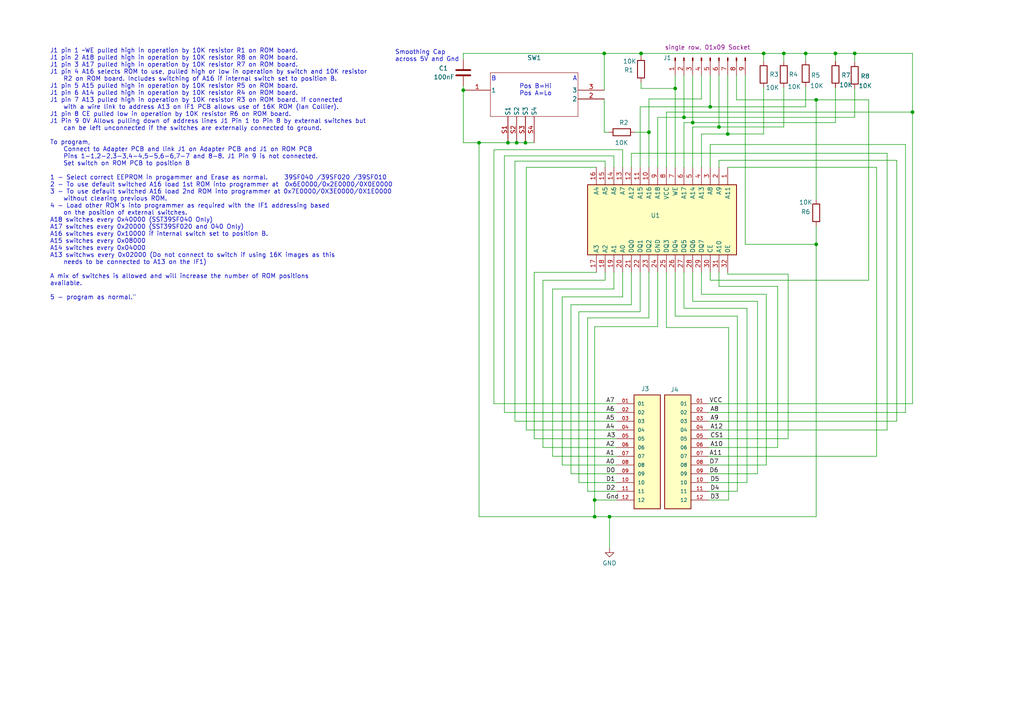
<source format=kicad_sch>
(kicad_sch
	(version 20250114)
	(generator "eeschema")
	(generator_version "9.0")
	(uuid "8751c651-26dc-4d30-8f2d-d9f24098bdc5")
	(paper "A4")
	(title_block
		(title "ZX Interface 1 ROM Replacement SST39SF0x0")
		(date "2025-10-26")
		(rev "1.2")
		(company "Andy Potter")
		(comment 1 "Add 0V connection to J1 allowing external switching of A14/A15/A16/A17 and A18.")
		(comment 3 "DO NOT EXTERNALLY SWITCH A13 If USING 16K IMAGES")
		(comment 4 "Correct ROM addresses for programming")
	)
	(lib_symbols
		(symbol "IF1_Replacement_ROM:BBL-112-G-E"
			(pin_names
				(offset 1.016)
			)
			(exclude_from_sim no)
			(in_bom yes)
			(on_board yes)
			(property "Reference" "J"
				(at -8.12 17.78 0)
				(effects
					(font
						(size 1.27 1.27)
					)
					(justify left bottom)
				)
			)
			(property "Value" "BBL-112-G-E"
				(at -7.62 -17.78 0)
				(effects
					(font
						(size 1.27 1.27)
					)
					(justify left bottom)
				)
			)
			(property "Footprint" "Mod:SAMTEC_BBL-112-G-E"
				(at 0 0 0)
				(effects
					(font
						(size 1.27 1.27)
					)
					(justify bottom)
					(hide yes)
				)
			)
			(property "Datasheet" ""
				(at 0 0 0)
				(effects
					(font
						(size 1.27 1.27)
					)
					(hide yes)
				)
			)
			(property "Description" ""
				(at 0 0 0)
				(effects
					(font
						(size 1.27 1.27)
					)
					(hide yes)
				)
			)
			(property "PARTREV" "R"
				(at 0 0 0)
				(effects
					(font
						(size 1.27 1.27)
					)
					(justify bottom)
					(hide yes)
				)
			)
			(property "MANUFACTURER" "Samtec"
				(at 0 0 0)
				(effects
					(font
						(size 1.27 1.27)
					)
					(justify bottom)
					(hide yes)
				)
			)
			(property "STANDARD" "Manufacturer Recommendations"
				(at 0 0 0)
				(effects
					(font
						(size 1.27 1.27)
					)
					(justify bottom)
					(hide yes)
				)
			)
			(symbol "BBL-112-G-E_0_0"
				(rectangle
					(start -7.62 -15.24)
					(end 0 17.78)
					(stroke
						(width 0.254)
						(type default)
					)
					(fill
						(type background)
					)
				)
				(pin passive line
					(at -12.7 15.24 0)
					(length 5.08)
					(name "01"
						(effects
							(font
								(size 1.016 1.016)
							)
						)
					)
					(number "01"
						(effects
							(font
								(size 1.016 1.016)
							)
						)
					)
				)
				(pin passive line
					(at -12.7 12.7 0)
					(length 5.08)
					(name "02"
						(effects
							(font
								(size 1.016 1.016)
							)
						)
					)
					(number "02"
						(effects
							(font
								(size 1.016 1.016)
							)
						)
					)
				)
				(pin passive line
					(at -12.7 10.16 0)
					(length 5.08)
					(name "03"
						(effects
							(font
								(size 1.016 1.016)
							)
						)
					)
					(number "03"
						(effects
							(font
								(size 1.016 1.016)
							)
						)
					)
				)
				(pin passive line
					(at -12.7 7.62 0)
					(length 5.08)
					(name "04"
						(effects
							(font
								(size 1.016 1.016)
							)
						)
					)
					(number "04"
						(effects
							(font
								(size 1.016 1.016)
							)
						)
					)
				)
				(pin passive line
					(at -12.7 5.08 0)
					(length 5.08)
					(name "05"
						(effects
							(font
								(size 1.016 1.016)
							)
						)
					)
					(number "05"
						(effects
							(font
								(size 1.016 1.016)
							)
						)
					)
				)
				(pin passive line
					(at -12.7 2.54 0)
					(length 5.08)
					(name "06"
						(effects
							(font
								(size 1.016 1.016)
							)
						)
					)
					(number "06"
						(effects
							(font
								(size 1.016 1.016)
							)
						)
					)
				)
				(pin passive line
					(at -12.7 0 0)
					(length 5.08)
					(name "07"
						(effects
							(font
								(size 1.016 1.016)
							)
						)
					)
					(number "07"
						(effects
							(font
								(size 1.016 1.016)
							)
						)
					)
				)
				(pin passive line
					(at -12.7 -2.54 0)
					(length 5.08)
					(name "08"
						(effects
							(font
								(size 1.016 1.016)
							)
						)
					)
					(number "08"
						(effects
							(font
								(size 1.016 1.016)
							)
						)
					)
				)
				(pin passive line
					(at -12.7 -5.08 0)
					(length 5.08)
					(name "09"
						(effects
							(font
								(size 1.016 1.016)
							)
						)
					)
					(number "09"
						(effects
							(font
								(size 1.016 1.016)
							)
						)
					)
				)
				(pin passive line
					(at -12.7 -7.62 0)
					(length 5.08)
					(name "10"
						(effects
							(font
								(size 1.016 1.016)
							)
						)
					)
					(number "10"
						(effects
							(font
								(size 1.016 1.016)
							)
						)
					)
				)
				(pin passive line
					(at -12.7 -10.16 0)
					(length 5.08)
					(name "11"
						(effects
							(font
								(size 1.016 1.016)
							)
						)
					)
					(number "11"
						(effects
							(font
								(size 1.016 1.016)
							)
						)
					)
				)
				(pin passive line
					(at -12.7 -12.7 0)
					(length 5.08)
					(name "12"
						(effects
							(font
								(size 1.016 1.016)
							)
						)
					)
					(number "12"
						(effects
							(font
								(size 1.016 1.016)
							)
						)
					)
				)
			)
			(embedded_fonts no)
		)
		(symbol "IF1_Replacement_ROM:C"
			(pin_numbers
				(hide yes)
			)
			(pin_names
				(offset 0.254)
			)
			(exclude_from_sim no)
			(in_bom yes)
			(on_board yes)
			(property "Reference" "C1"
				(at -7.112 1.27 0)
				(effects
					(font
						(size 1.27 1.27)
					)
					(justify left)
				)
			)
			(property "Value" "100nF"
				(at -8.636 -1.27 0)
				(effects
					(font
						(size 1.27 1.27)
					)
					(justify left)
				)
			)
			(property "Footprint" "Mod:C_1206_3216Metric_Pad1.33x1.80mm_HandSolder"
				(at 0.9652 -3.81 0)
				(effects
					(font
						(size 1.27 1.27)
					)
					(hide yes)
				)
			)
			(property "Datasheet" "~"
				(at 0 0 0)
				(effects
					(font
						(size 1.27 1.27)
					)
					(hide yes)
				)
			)
			(property "Description" ""
				(at 0 0 0)
				(effects
					(font
						(size 1.27 1.27)
					)
				)
			)
			(property "ki_keywords" "cap capacitor"
				(at 0 0 0)
				(effects
					(font
						(size 1.27 1.27)
					)
					(hide yes)
				)
			)
			(property "ki_fp_filters" "C_*"
				(at 0 0 0)
				(effects
					(font
						(size 1.27 1.27)
					)
					(hide yes)
				)
			)
			(symbol "C_0_1"
				(polyline
					(pts
						(xy -2.032 0.762) (xy 2.032 0.762)
					)
					(stroke
						(width 0.508)
						(type default)
					)
					(fill
						(type none)
					)
				)
				(polyline
					(pts
						(xy -2.032 -0.762) (xy 2.032 -0.762)
					)
					(stroke
						(width 0.508)
						(type default)
					)
					(fill
						(type none)
					)
				)
			)
			(symbol "C_1_1"
				(pin passive line
					(at 0 3.81 270)
					(length 2.794)
					(name "~"
						(effects
							(font
								(size 1.27 1.27)
							)
						)
					)
					(number "1"
						(effects
							(font
								(size 1.27 1.27)
							)
						)
					)
				)
				(pin passive line
					(at 0 -3.81 90)
					(length 2.794)
					(name "~"
						(effects
							(font
								(size 1.27 1.27)
							)
						)
					)
					(number "2"
						(effects
							(font
								(size 1.27 1.27)
							)
						)
					)
				)
			)
			(embedded_fonts no)
		)
		(symbol "IF1_Replacement_ROM:Conn_01x09_Pin"
			(pin_names
				(offset 1.016)
				(hide yes)
			)
			(exclude_from_sim no)
			(in_bom yes)
			(on_board yes)
			(property "Reference" "J1"
				(at 1.27 -11.176 90)
				(effects
					(font
						(size 1.27 1.27)
					)
				)
			)
			(property "Value" "Conn_01x09_Pin"
				(at -4.826 0 90)
				(effects
					(font
						(size 1.27 1.27)
					)
					(hide yes)
				)
			)
			(property "Footprint" "Mod:PinSocket_1x09_P2.54mm_HorizontalR"
				(at 0 0 0)
				(effects
					(font
						(size 1.27 1.27)
					)
					(hide yes)
				)
			)
			(property "Datasheet" "~"
				(at 0 0 0)
				(effects
					(font
						(size 1.27 1.27)
					)
					(hide yes)
				)
			)
			(property "Description" ""
				(at 0 0 0)
				(effects
					(font
						(size 1.27 1.27)
					)
				)
			)
			(property "ki_locked" ""
				(at 0 0 0)
				(effects
					(font
						(size 1.27 1.27)
					)
				)
			)
			(property "ki_keywords" "connector"
				(at 0 0 0)
				(effects
					(font
						(size 1.27 1.27)
					)
					(hide yes)
				)
			)
			(property "ki_fp_filters" "Connector*:*_1x??_*"
				(at 0 0 0)
				(effects
					(font
						(size 1.27 1.27)
					)
					(hide yes)
				)
			)
			(symbol "Conn_01x09_Pin_1_1"
				(rectangle
					(start 0.8636 10.287)
					(end 0 10.033)
					(stroke
						(width 0.1524)
						(type default)
					)
					(fill
						(type outline)
					)
				)
				(rectangle
					(start 0.8636 7.747)
					(end 0 7.493)
					(stroke
						(width 0.1524)
						(type default)
					)
					(fill
						(type outline)
					)
				)
				(rectangle
					(start 0.8636 5.207)
					(end 0 4.953)
					(stroke
						(width 0.1524)
						(type default)
					)
					(fill
						(type outline)
					)
				)
				(rectangle
					(start 0.8636 2.667)
					(end 0 2.413)
					(stroke
						(width 0.1524)
						(type default)
					)
					(fill
						(type outline)
					)
				)
				(rectangle
					(start 0.8636 0.127)
					(end 0 -0.127)
					(stroke
						(width 0.1524)
						(type default)
					)
					(fill
						(type outline)
					)
				)
				(rectangle
					(start 0.8636 -2.413)
					(end 0 -2.667)
					(stroke
						(width 0.1524)
						(type default)
					)
					(fill
						(type outline)
					)
				)
				(rectangle
					(start 0.8636 -4.953)
					(end 0 -5.207)
					(stroke
						(width 0.1524)
						(type default)
					)
					(fill
						(type outline)
					)
				)
				(rectangle
					(start 0.8636 -7.493)
					(end 0 -7.747)
					(stroke
						(width 0.1524)
						(type default)
					)
					(fill
						(type outline)
					)
				)
				(rectangle
					(start 0.8636 -10.033)
					(end 0 -10.287)
					(stroke
						(width 0.1524)
						(type default)
					)
					(fill
						(type outline)
					)
				)
				(polyline
					(pts
						(xy 1.27 10.16) (xy 0.8636 10.16)
					)
					(stroke
						(width 0.1524)
						(type default)
					)
					(fill
						(type none)
					)
				)
				(polyline
					(pts
						(xy 1.27 7.62) (xy 0.8636 7.62)
					)
					(stroke
						(width 0.1524)
						(type default)
					)
					(fill
						(type none)
					)
				)
				(polyline
					(pts
						(xy 1.27 5.08) (xy 0.8636 5.08)
					)
					(stroke
						(width 0.1524)
						(type default)
					)
					(fill
						(type none)
					)
				)
				(polyline
					(pts
						(xy 1.27 2.54) (xy 0.8636 2.54)
					)
					(stroke
						(width 0.1524)
						(type default)
					)
					(fill
						(type none)
					)
				)
				(polyline
					(pts
						(xy 1.27 0) (xy 0.8636 0)
					)
					(stroke
						(width 0.1524)
						(type default)
					)
					(fill
						(type none)
					)
				)
				(polyline
					(pts
						(xy 1.27 -2.54) (xy 0.8636 -2.54)
					)
					(stroke
						(width 0.1524)
						(type default)
					)
					(fill
						(type none)
					)
				)
				(polyline
					(pts
						(xy 1.27 -5.08) (xy 0.8636 -5.08)
					)
					(stroke
						(width 0.1524)
						(type default)
					)
					(fill
						(type none)
					)
				)
				(polyline
					(pts
						(xy 1.27 -7.62) (xy 0.8636 -7.62)
					)
					(stroke
						(width 0.1524)
						(type default)
					)
					(fill
						(type none)
					)
				)
				(polyline
					(pts
						(xy 1.27 -10.16) (xy 0.8636 -10.16)
					)
					(stroke
						(width 0.1524)
						(type default)
					)
					(fill
						(type none)
					)
				)
				(pin passive line
					(at 5.08 10.16 180)
					(length 3.81)
					(name "Pin_1"
						(effects
							(font
								(size 1.27 1.27)
							)
						)
					)
					(number "1"
						(effects
							(font
								(size 1.27 1.27)
							)
						)
					)
				)
				(pin passive line
					(at 5.08 7.62 180)
					(length 3.81)
					(name "Pin_2"
						(effects
							(font
								(size 1.27 1.27)
							)
						)
					)
					(number "2"
						(effects
							(font
								(size 1.27 1.27)
							)
						)
					)
				)
				(pin passive line
					(at 5.08 5.08 180)
					(length 3.81)
					(name "Pin_3"
						(effects
							(font
								(size 1.27 1.27)
							)
						)
					)
					(number "3"
						(effects
							(font
								(size 1.27 1.27)
							)
						)
					)
				)
				(pin passive line
					(at 5.08 2.54 180)
					(length 3.81)
					(name "Pin_4"
						(effects
							(font
								(size 1.27 1.27)
							)
						)
					)
					(number "4"
						(effects
							(font
								(size 1.27 1.27)
							)
						)
					)
				)
				(pin passive line
					(at 5.08 0 180)
					(length 3.81)
					(name "Pin_5"
						(effects
							(font
								(size 1.27 1.27)
							)
						)
					)
					(number "5"
						(effects
							(font
								(size 1.27 1.27)
							)
						)
					)
				)
				(pin passive line
					(at 5.08 -2.54 180)
					(length 3.81)
					(name "Pin_6"
						(effects
							(font
								(size 1.27 1.27)
							)
						)
					)
					(number "6"
						(effects
							(font
								(size 1.27 1.27)
							)
						)
					)
				)
				(pin passive line
					(at 5.08 -5.08 180)
					(length 3.81)
					(name "Pin_7"
						(effects
							(font
								(size 1.27 1.27)
							)
						)
					)
					(number "7"
						(effects
							(font
								(size 1.27 1.27)
							)
						)
					)
				)
				(pin passive line
					(at 5.08 -7.62 180)
					(length 3.81)
					(name "Pin_8"
						(effects
							(font
								(size 1.27 1.27)
							)
						)
					)
					(number "8"
						(effects
							(font
								(size 1.27 1.27)
							)
						)
					)
				)
				(pin passive line
					(at 5.08 -10.16 180)
					(length 3.81)
					(name "Pin_9"
						(effects
							(font
								(size 1.27 1.27)
							)
						)
					)
					(number "9"
						(effects
							(font
								(size 1.27 1.27)
							)
						)
					)
				)
			)
			(embedded_fonts no)
		)
		(symbol "IF1_Replacement_ROM:PCM12SMTR"
			(pin_names
				(offset 0.254)
			)
			(exclude_from_sim no)
			(in_bom yes)
			(on_board yes)
			(property "Reference" "SW1"
				(at 20.32 9.398 0)
				(effects
					(font
						(size 1.27 1.27)
					)
				)
			)
			(property "Value" "SW_SPDT"
				(at 20.32 6.858 0)
				(effects
					(font
						(size 1.27 1.27)
					)
				)
			)
			(property "Footprint" "Mod:SW_PCM12SMTR"
				(at 0 0 0)
				(effects
					(font
						(size 1.27 1.27)
						(italic yes)
					)
					(hide yes)
				)
			)
			(property "Datasheet" "PCM12SMTR"
				(at 0 0 0)
				(effects
					(font
						(size 1.27 1.27)
						(italic yes)
					)
					(hide yes)
				)
			)
			(property "Description" ""
				(at 0 0 0)
				(effects
					(font
						(size 1.27 1.27)
					)
					(hide yes)
				)
			)
			(property "ki_locked" ""
				(at 0 0 0)
				(effects
					(font
						(size 1.27 1.27)
					)
				)
			)
			(property "ki_keywords" "PCM12SMTR"
				(at 0 0 0)
				(effects
					(font
						(size 1.27 1.27)
					)
					(hide yes)
				)
			)
			(property "ki_fp_filters" "PCM12SMTR_CNK"
				(at 0 0 0)
				(effects
					(font
						(size 1.27 1.27)
					)
					(hide yes)
				)
			)
			(symbol "PCM12SMTR_0_1"
				(polyline
					(pts
						(xy 7.62 5.08) (xy 7.62 -7.62)
					)
					(stroke
						(width 0.127)
						(type default)
					)
					(fill
						(type none)
					)
				)
				(polyline
					(pts
						(xy 7.62 -7.62) (xy 33.02 -7.62)
					)
					(stroke
						(width 0.127)
						(type default)
					)
					(fill
						(type none)
					)
				)
				(polyline
					(pts
						(xy 33.02 5.08) (xy 7.62 5.08)
					)
					(stroke
						(width 0.127)
						(type default)
					)
					(fill
						(type none)
					)
				)
				(polyline
					(pts
						(xy 33.02 -7.62) (xy 33.02 5.08)
					)
					(stroke
						(width 0.127)
						(type default)
					)
					(fill
						(type none)
					)
				)
				(pin unspecified line
					(at 0 0 0)
					(length 7.62)
					(name "1"
						(effects
							(font
								(size 1.27 1.27)
							)
						)
					)
					(number "1"
						(effects
							(font
								(size 1.27 1.27)
							)
						)
					)
				)
				(pin unspecified line
					(at 40.64 0 180)
					(length 7.62)
					(name "3"
						(effects
							(font
								(size 1.27 1.27)
							)
						)
					)
					(number "3"
						(effects
							(font
								(size 1.27 1.27)
							)
						)
					)
				)
				(pin unspecified line
					(at 40.64 -2.54 180)
					(length 7.62)
					(name "2"
						(effects
							(font
								(size 1.27 1.27)
							)
						)
					)
					(number "2"
						(effects
							(font
								(size 1.27 1.27)
							)
						)
					)
				)
			)
			(symbol "PCM12SMTR_1_1"
				(pin power_in line
					(at 12.7 -15.24 90)
					(length 7.62)
					(name "S1"
						(effects
							(font
								(size 1.27 1.27)
							)
						)
					)
					(number "S1"
						(effects
							(font
								(size 1.27 1.27)
							)
						)
					)
				)
				(pin power_in line
					(at 15.24 -15.24 90)
					(length 7.62)
					(name "S2"
						(effects
							(font
								(size 1.27 1.27)
							)
						)
					)
					(number "S2"
						(effects
							(font
								(size 1.27 1.27)
							)
						)
					)
				)
				(pin power_in line
					(at 17.78 -15.24 90)
					(length 7.62)
					(name "S3"
						(effects
							(font
								(size 1.27 1.27)
							)
						)
					)
					(number "S3"
						(effects
							(font
								(size 1.27 1.27)
							)
						)
					)
				)
				(pin power_in line
					(at 20.32 -15.24 90)
					(length 7.62)
					(name "S4"
						(effects
							(font
								(size 1.27 1.27)
							)
						)
					)
					(number "S4"
						(effects
							(font
								(size 1.27 1.27)
							)
						)
					)
				)
			)
			(embedded_fonts no)
		)
		(symbol "IF1_Replacement_ROM:R"
			(pin_numbers
				(hide yes)
			)
			(pin_names
				(offset 0)
			)
			(exclude_from_sim no)
			(in_bom yes)
			(on_board yes)
			(property "Reference" "R"
				(at 2.032 0 90)
				(effects
					(font
						(size 1.27 1.27)
					)
				)
			)
			(property "Value" "R"
				(at 0 0 90)
				(effects
					(font
						(size 1.27 1.27)
					)
				)
			)
			(property "Footprint" "Mod:R_1206_3216Metric_Pad1.30x1.75mm_HandSolder"
				(at -1.778 0 90)
				(effects
					(font
						(size 1.27 1.27)
					)
					(hide yes)
				)
			)
			(property "Datasheet" "~"
				(at 0 0 0)
				(effects
					(font
						(size 1.27 1.27)
					)
					(hide yes)
				)
			)
			(property "Description" "Resistor"
				(at 0 0 0)
				(effects
					(font
						(size 1.27 1.27)
					)
					(hide yes)
				)
			)
			(property "ki_keywords" "R res resistor"
				(at 0 0 0)
				(effects
					(font
						(size 1.27 1.27)
					)
					(hide yes)
				)
			)
			(property "ki_fp_filters" "R_*"
				(at 0 0 0)
				(effects
					(font
						(size 1.27 1.27)
					)
					(hide yes)
				)
			)
			(symbol "R_0_1"
				(rectangle
					(start -1.016 -2.54)
					(end 1.016 2.54)
					(stroke
						(width 0.254)
						(type default)
					)
					(fill
						(type none)
					)
				)
			)
			(symbol "R_1_1"
				(pin passive line
					(at 0 3.81 270)
					(length 1.27)
					(name "~"
						(effects
							(font
								(size 1.27 1.27)
							)
						)
					)
					(number "1"
						(effects
							(font
								(size 1.27 1.27)
							)
						)
					)
				)
				(pin passive line
					(at 0 -3.81 90)
					(length 1.27)
					(name "~"
						(effects
							(font
								(size 1.27 1.27)
							)
						)
					)
					(number "2"
						(effects
							(font
								(size 1.27 1.27)
							)
						)
					)
				)
			)
			(embedded_fonts no)
		)
		(symbol "IF1_Replacement_ROM:SST39SF010"
			(exclude_from_sim no)
			(in_bom yes)
			(on_board yes)
			(property "Reference" "U?"
				(at -1.27 8.128 90)
				(effects
					(font
						(size 1.27 1.27)
					)
					(justify left)
				)
			)
			(property "Value" "SST39SF040A TSOP"
				(at 2.794 4.064 90)
				(effects
					(font
						(size 1.27 1.27)
					)
					(justify left)
				)
			)
			(property "Footprint" "Mod:TSOP-I-32_12.4x8mm_P0.5mm"
				(at 0 7.62 0)
				(effects
					(font
						(size 1.27 1.27)
					)
					(hide yes)
				)
			)
			(property "Datasheet" ""
				(at -2.54 -17.78 0)
				(effects
					(font
						(size 1.27 1.27)
					)
					(hide yes)
				)
			)
			(property "Description" "Silicon Storage Technology (SSF) 128k x 8 Flash ROM"
				(at 0 0 0)
				(effects
					(font
						(size 1.27 1.27)
					)
					(hide yes)
				)
			)
			(property "ki_keywords" "128k flash rom"
				(at 0 0 0)
				(effects
					(font
						(size 1.27 1.27)
					)
					(hide yes)
				)
			)
			(symbol "SST39SF010_0_1"
				(rectangle
					(start -10.16 33.02)
					(end 10.16 -10.16)
					(stroke
						(width 0.254)
						(type default)
					)
					(fill
						(type background)
					)
				)
			)
			(symbol "SST39SF010_1_0"
				(pin input line
					(at -15.24 -7.62 0)
					(length 5.08)
					(name "A4"
						(effects
							(font
								(size 1.27 1.27)
							)
						)
					)
					(number "16"
						(effects
							(font
								(size 1.27 1.27)
							)
						)
					)
				)
				(pin input line
					(at 15.24 30.48 180)
					(length 5.08)
					(name "0E"
						(effects
							(font
								(size 1.27 1.27)
							)
						)
					)
					(number "32"
						(effects
							(font
								(size 1.27 1.27)
							)
						)
					)
				)
			)
			(symbol "SST39SF010_1_1"
				(pin input line
					(at -15.24 30.48 0)
					(length 5.08)
					(name "A11"
						(effects
							(font
								(size 1.27 1.27)
							)
						)
					)
					(number "1"
						(effects
							(font
								(size 1.27 1.27)
							)
						)
					)
				)
				(pin input line
					(at -15.24 27.94 0)
					(length 5.08)
					(name "A9"
						(effects
							(font
								(size 1.27 1.27)
							)
						)
					)
					(number "2"
						(effects
							(font
								(size 1.27 1.27)
							)
						)
					)
				)
				(pin input line
					(at -15.24 25.4 0)
					(length 5.08)
					(name "A8"
						(effects
							(font
								(size 1.27 1.27)
							)
						)
					)
					(number "3"
						(effects
							(font
								(size 1.27 1.27)
							)
						)
					)
				)
				(pin input line
					(at -15.24 22.86 0)
					(length 5.08)
					(name "A13"
						(effects
							(font
								(size 1.27 1.27)
							)
						)
					)
					(number "4"
						(effects
							(font
								(size 1.27 1.27)
							)
						)
					)
				)
				(pin input line
					(at -15.24 20.32 0)
					(length 5.08)
					(name "A14"
						(effects
							(font
								(size 1.27 1.27)
							)
						)
					)
					(number "5"
						(effects
							(font
								(size 1.27 1.27)
							)
						)
					)
				)
				(pin input line
					(at -15.24 17.78 0)
					(length 5.08)
					(name "A17"
						(effects
							(font
								(size 1.27 1.27)
							)
						)
					)
					(number "6"
						(effects
							(font
								(size 1.27 1.27)
							)
						)
					)
				)
				(pin input line
					(at -15.24 15.24 0)
					(length 5.08)
					(name "WE"
						(effects
							(font
								(size 1.27 1.27)
							)
						)
					)
					(number "7"
						(effects
							(font
								(size 1.27 1.27)
							)
						)
					)
				)
				(pin power_in line
					(at -15.24 12.7 0)
					(length 5.08)
					(name "VCC"
						(effects
							(font
								(size 1.27 1.27)
							)
						)
					)
					(number "8"
						(effects
							(font
								(size 1.27 1.27)
							)
						)
					)
				)
				(pin input line
					(at -15.24 10.16 0)
					(length 5.08)
					(name "A18"
						(effects
							(font
								(size 1.27 1.27)
							)
						)
					)
					(number "9"
						(effects
							(font
								(size 1.27 1.27)
							)
						)
					)
				)
				(pin input line
					(at -15.24 7.62 0)
					(length 5.08)
					(name "A16"
						(effects
							(font
								(size 1.27 1.27)
							)
						)
					)
					(number "10"
						(effects
							(font
								(size 1.27 1.27)
							)
						)
					)
				)
				(pin input line
					(at -15.24 5.08 0)
					(length 5.08)
					(name "A15"
						(effects
							(font
								(size 1.27 1.27)
							)
						)
					)
					(number "11"
						(effects
							(font
								(size 1.27 1.27)
							)
						)
					)
				)
				(pin input line
					(at -15.24 2.54 0)
					(length 5.08)
					(name "A12"
						(effects
							(font
								(size 1.27 1.27)
							)
						)
					)
					(number "12"
						(effects
							(font
								(size 1.27 1.27)
							)
						)
					)
				)
				(pin input line
					(at -15.24 0 0)
					(length 5.08)
					(name "A7"
						(effects
							(font
								(size 1.27 1.27)
							)
						)
					)
					(number "13"
						(effects
							(font
								(size 1.27 1.27)
							)
						)
					)
				)
				(pin input line
					(at -15.24 -2.54 0)
					(length 5.08)
					(name "A6"
						(effects
							(font
								(size 1.27 1.27)
							)
						)
					)
					(number "14"
						(effects
							(font
								(size 1.27 1.27)
							)
						)
					)
				)
				(pin input line
					(at -15.24 -5.08 0)
					(length 5.08)
					(name "A5"
						(effects
							(font
								(size 1.27 1.27)
							)
						)
					)
					(number "15"
						(effects
							(font
								(size 1.27 1.27)
							)
						)
					)
				)
				(pin input line
					(at 15.24 27.94 180)
					(length 5.08)
					(name "A10"
						(effects
							(font
								(size 1.27 1.27)
							)
						)
					)
					(number "31"
						(effects
							(font
								(size 1.27 1.27)
							)
						)
					)
				)
				(pin input line
					(at 15.24 25.4 180)
					(length 5.08)
					(name "CE"
						(effects
							(font
								(size 1.27 1.27)
							)
						)
					)
					(number "30"
						(effects
							(font
								(size 1.27 1.27)
							)
						)
					)
				)
				(pin tri_state line
					(at 15.24 22.86 180)
					(length 5.08)
					(name "DQ7"
						(effects
							(font
								(size 1.27 1.27)
							)
						)
					)
					(number "29"
						(effects
							(font
								(size 1.27 1.27)
							)
						)
					)
				)
				(pin tri_state line
					(at 15.24 20.32 180)
					(length 5.08)
					(name "DQ6"
						(effects
							(font
								(size 1.27 1.27)
							)
						)
					)
					(number "28"
						(effects
							(font
								(size 1.27 1.27)
							)
						)
					)
				)
				(pin bidirectional line
					(at 15.24 17.78 180)
					(length 5.08)
					(name "DQ5"
						(effects
							(font
								(size 1.27 1.27)
							)
						)
					)
					(number "27"
						(effects
							(font
								(size 1.27 1.27)
							)
						)
					)
				)
				(pin bidirectional line
					(at 15.24 15.24 180)
					(length 5.08)
					(name "DQ4"
						(effects
							(font
								(size 1.27 1.27)
							)
						)
					)
					(number "26"
						(effects
							(font
								(size 1.27 1.27)
							)
						)
					)
				)
				(pin bidirectional line
					(at 15.24 12.7 180)
					(length 5.08)
					(name "DQ3"
						(effects
							(font
								(size 1.27 1.27)
							)
						)
					)
					(number "25"
						(effects
							(font
								(size 1.27 1.27)
							)
						)
					)
				)
				(pin power_in line
					(at 15.24 10.16 180)
					(length 5.08)
					(name "GND"
						(effects
							(font
								(size 1.27 1.27)
							)
						)
					)
					(number "24"
						(effects
							(font
								(size 1.27 1.27)
							)
						)
					)
				)
				(pin bidirectional line
					(at 15.24 7.62 180)
					(length 5.08)
					(name "DQ2"
						(effects
							(font
								(size 1.27 1.27)
							)
						)
					)
					(number "23"
						(effects
							(font
								(size 1.27 1.27)
							)
						)
					)
				)
				(pin tri_state line
					(at 15.24 5.08 180)
					(length 5.08)
					(name "DQ1"
						(effects
							(font
								(size 1.27 1.27)
							)
						)
					)
					(number "22"
						(effects
							(font
								(size 1.27 1.27)
							)
						)
					)
				)
				(pin tri_state line
					(at 15.24 2.54 180)
					(length 5.08)
					(name "DQ0"
						(effects
							(font
								(size 1.27 1.27)
							)
						)
					)
					(number "21"
						(effects
							(font
								(size 1.27 1.27)
							)
						)
					)
				)
				(pin input line
					(at 15.24 0 180)
					(length 5.08)
					(name "A0"
						(effects
							(font
								(size 1.27 1.27)
							)
						)
					)
					(number "20"
						(effects
							(font
								(size 1.27 1.27)
							)
						)
					)
				)
				(pin input line
					(at 15.24 -2.54 180)
					(length 5.08)
					(name "A1"
						(effects
							(font
								(size 1.27 1.27)
							)
						)
					)
					(number "19"
						(effects
							(font
								(size 1.27 1.27)
							)
						)
					)
				)
				(pin input line
					(at 15.24 -5.08 180)
					(length 5.08)
					(name "A2"
						(effects
							(font
								(size 1.27 1.27)
							)
						)
					)
					(number "18"
						(effects
							(font
								(size 1.27 1.27)
							)
						)
					)
				)
				(pin input line
					(at 15.24 -7.62 180)
					(length 5.08)
					(name "A3"
						(effects
							(font
								(size 1.27 1.27)
							)
						)
					)
					(number "17"
						(effects
							(font
								(size 1.27 1.27)
							)
						)
					)
				)
			)
			(embedded_fonts no)
		)
		(symbol "power:GND"
			(power)
			(pin_names
				(offset 0)
			)
			(exclude_from_sim no)
			(in_bom yes)
			(on_board yes)
			(property "Reference" "#PWR"
				(at 0 -6.35 0)
				(effects
					(font
						(size 1.27 1.27)
					)
					(hide yes)
				)
			)
			(property "Value" "GND"
				(at 0 -3.81 0)
				(effects
					(font
						(size 1.27 1.27)
					)
				)
			)
			(property "Footprint" ""
				(at 0 0 0)
				(effects
					(font
						(size 1.27 1.27)
					)
					(hide yes)
				)
			)
			(property "Datasheet" ""
				(at 0 0 0)
				(effects
					(font
						(size 1.27 1.27)
					)
					(hide yes)
				)
			)
			(property "Description" "Power symbol creates a global label with name \"GND\" , ground"
				(at 0 0 0)
				(effects
					(font
						(size 1.27 1.27)
					)
					(hide yes)
				)
			)
			(property "ki_keywords" "global power"
				(at 0 0 0)
				(effects
					(font
						(size 1.27 1.27)
					)
					(hide yes)
				)
			)
			(symbol "GND_0_1"
				(polyline
					(pts
						(xy 0 0) (xy 0 -1.27) (xy 1.27 -1.27) (xy 0 -2.54) (xy -1.27 -1.27) (xy 0 -1.27)
					)
					(stroke
						(width 0)
						(type default)
					)
					(fill
						(type none)
					)
				)
			)
			(symbol "GND_1_1"
				(pin power_in line
					(at 0 0 270)
					(length 0)
					(hide yes)
					(name "GND"
						(effects
							(font
								(size 1.27 1.27)
							)
						)
					)
					(number "1"
						(effects
							(font
								(size 1.27 1.27)
							)
						)
					)
				)
			)
			(embedded_fonts no)
		)
	)
	(text "A"
		(exclude_from_sim no)
		(at 166.116 23.622 0)
		(effects
			(font
				(size 1.27 1.27)
			)
			(justify left bottom)
		)
		(uuid "24a85b83-c4fb-4a54-b1d0-917f55d80915")
	)
	(text "B"
		(exclude_from_sim no)
		(at 142.494 23.622 0)
		(effects
			(font
				(size 1.27 1.27)
			)
			(justify left bottom)
		)
		(uuid "876be7fa-8ad6-40db-a724-1f61bddf0469")
	)
	(text "J1 pin 1 ~WE pulled high in operation by 10K resistor R1 on ROM board.\nJ1 pin 2 A18 pulled high in operation by 10K resistor R8 on ROM board.\nJ1 pin 3 A17 pulled high in operation by 10K resistor R7 on ROM board.\nJ1 pin 4 A16 selects ROM to use, pulled high or low in operation by switch and 10K resistor \n    R2 on ROM board. Includes switching of A16 if internal switch set to position B.\nJ1 pin 5 A15 pulled high in operation by 10K resistor R5 on ROM board.\nJ1 pin 6 A14 pulled high in operation by 10K resistor R4 on ROM board.\nJ1 pin 7 A13 pulled high in operation by 10K resistor R3 on ROM board. If connected\n    with a wire link to address A13 on IF1 PCB allows use of 16K ROM (Ian Collier). \nJ1 pin 8 CE pulled low in operation by 10K resistor R6 on ROM board.\nJ1 Pin 9 0V Allows pulling down of address lines J1 Pin 1 to Pin 8 by external switches but \n    can be left unconnected if the switches are externally connected to ground. \n\nTo program,\n    Connect to Adapter PCB and link J1 on Adapter PCB and J1 on ROM PCB\n    Pins 1-1,2-2,3-3,4-4,5-5,6-6,7-7 and 8-8. J1 Pin 9 is not connected.\n    Set switch on ROM PCB to position B\n\n1 - Select correct EEPROM in progammer and Erase as normal.     39SF040 /39SF020 /39SF010\n2 - To use default switched A16 load 1st ROM into programmer at  0x6E0000/0x2E0000/0X0E0000\n3 - To use default switched A16 load 2nd ROM into programmer at 0x7E0000/0X3E0000/0X1E0000\n    without clearing previous ROM.\n4 - Load other ROM's into programmer as required with the IF1 addressing based \n    on the position of external switches.\nA18 switches every 0x40000 (SST39SF040 Only)\nA17 switches every 0x20000 (SST39SF020 and 040 Only)\nA16 switches every 0x10000 if internal switch set to position B.\nA15 switches every 0x08000\nA14 switches every 0x04000\nA13 switchws every 0x02000 (Do not connect to switch if using 16K images as this \n    needs to be connected to A13 on the IF1)\n\nA mix of switches is allowed and will increase the number of ROM positions\navailable.\n\n5 - program as normal.\"\n"
		(exclude_from_sim no)
		(at 14.478 87.122 0)
		(effects
			(font
				(size 1.27 1.27)
			)
			(justify left bottom)
		)
		(uuid "988e7bf9-5002-4041-8d58-1b243a28feda")
	)
	(text "Pos B=Hi\nPos A=Lo\n"
		(exclude_from_sim no)
		(at 150.622 27.94 0)
		(effects
			(font
				(size 1.27 1.27)
			)
			(justify left bottom)
		)
		(uuid "9c76d7f1-6c89-493c-b698-c18fc7e9d324")
	)
	(text "Smoothing Cap\nacross 5V and Gnd"
		(exclude_from_sim no)
		(at 114.554 18.034 0)
		(effects
			(font
				(size 1.27 1.27)
			)
			(justify left bottom)
		)
		(uuid "ecb1acb5-47b5-446c-bd4e-c289dd31c882")
	)
	(junction
		(at 147.32 41.402)
		(diameter 0)
		(color 0 0 0 0)
		(uuid "0667d1c2-e4c0-47af-ac16-6994d9e203a1")
	)
	(junction
		(at 264.668 32.512)
		(diameter 0)
		(color 0 0 0 0)
		(uuid "06ababfb-e4e4-4c96-a35a-392e8b0a5f20")
	)
	(junction
		(at 233.68 15.494)
		(diameter 0)
		(color 0 0 0 0)
		(uuid "0ed6c580-bd36-4935-80f1-044fde38b85f")
	)
	(junction
		(at 172.466 149.86)
		(diameter 0)
		(color 0 0 0 0)
		(uuid "0ffbd6e2-d36b-4f52-a64d-a983e889bd14")
	)
	(junction
		(at 172.466 145.034)
		(diameter 0)
		(color 0 0 0 0)
		(uuid "232dd9d8-79c8-4eb1-b230-1d1bb983bf35")
	)
	(junction
		(at 200.914 35.56)
		(diameter 0)
		(color 0 0 0 0)
		(uuid "2e949573-eb9f-4896-9eec-02ad7d9ca83f")
	)
	(junction
		(at 208.534 36.83)
		(diameter 0)
		(color 0 0 0 0)
		(uuid "36a9aaa9-a03a-409a-98d5-3cc492d22485")
	)
	(junction
		(at 138.938 41.402)
		(diameter 0)
		(color 0 0 0 0)
		(uuid "5ffb16d0-103b-4f8c-aadc-7dfcc726cef4")
	)
	(junction
		(at 211.074 38.862)
		(diameter 0)
		(color 0 0 0 0)
		(uuid "6c4e682c-a5cf-44fc-b5cf-bd5f6d56f206")
	)
	(junction
		(at 205.994 30.988)
		(diameter 0)
		(color 0 0 0 0)
		(uuid "6f6fc3ba-d901-449a-bd49-4500883c6a0f")
	)
	(junction
		(at 236.728 70.866)
		(diameter 0)
		(color 0 0 0 0)
		(uuid "713c9163-4e11-47cc-8d4b-0e5071812ee7")
	)
	(junction
		(at 134.366 26.162)
		(diameter 0)
		(color 0 0 0 0)
		(uuid "7d92e2bf-9445-4e49-a16f-14df524c12a5")
	)
	(junction
		(at 198.374 34.036)
		(diameter 0)
		(color 0 0 0 0)
		(uuid "81303006-276f-4f1b-9098-b27bcfe38a2f")
	)
	(junction
		(at 242.316 15.494)
		(diameter 0)
		(color 0 0 0 0)
		(uuid "84391d79-1070-4d15-ad1a-5c7ee335ee06")
	)
	(junction
		(at 221.488 15.494)
		(diameter 0)
		(color 0 0 0 0)
		(uuid "862dd487-b205-4d74-ab9f-7fd5f8886453")
	)
	(junction
		(at 236.728 28.956)
		(diameter 0)
		(color 0 0 0 0)
		(uuid "8d12c836-acad-4844-8a4e-22f483680bfc")
	)
	(junction
		(at 176.784 149.86)
		(diameter 0)
		(color 0 0 0 0)
		(uuid "9ca8f40e-05ed-46f4-8881-08e7c10a6f2a")
	)
	(junction
		(at 175.26 15.494)
		(diameter 0)
		(color 0 0 0 0)
		(uuid "a48e4716-e733-4977-8514-45ac8ac7d971")
	)
	(junction
		(at 188.214 38.354)
		(diameter 0)
		(color 0 0 0 0)
		(uuid "bbda6ec5-a091-4f3b-9071-0948d9d5a21a")
	)
	(junction
		(at 195.834 25.654)
		(diameter 0)
		(color 0 0 0 0)
		(uuid "caba455e-f78d-4675-b0a4-84dcd034a7c2")
	)
	(junction
		(at 185.928 15.494)
		(diameter 0)
		(color 0 0 0 0)
		(uuid "d70ee24a-e8ab-4fbb-9d3a-c8db2d401c76")
	)
	(junction
		(at 149.86 41.402)
		(diameter 0)
		(color 0 0 0 0)
		(uuid "dfea3dd2-056d-4fdb-b463-bb3a3df816ac")
	)
	(junction
		(at 227.33 15.494)
		(diameter 0)
		(color 0 0 0 0)
		(uuid "e5f4aa4b-0649-4a71-b024-d3ac292fce15")
	)
	(junction
		(at 247.904 15.494)
		(diameter 0)
		(color 0 0 0 0)
		(uuid "e8eefcbc-3be9-4791-a386-e499a43f4998")
	)
	(junction
		(at 152.4 41.402)
		(diameter 0)
		(color 0 0 0 0)
		(uuid "f8cdfe19-e6e4-4b06-8827-ecf8e4c8ca81")
	)
	(wire
		(pts
			(xy 227.33 15.494) (xy 233.68 15.494)
		)
		(stroke
			(width 0)
			(type default)
		)
		(uuid "00a9c298-375c-432e-96f8-691b63547718")
	)
	(wire
		(pts
			(xy 193.294 32.512) (xy 193.294 48.514)
		)
		(stroke
			(width 0)
			(type default)
		)
		(uuid "02473188-7301-4cea-bb12-d932e698cb04")
	)
	(wire
		(pts
			(xy 167.894 139.954) (xy 167.894 90.424)
		)
		(stroke
			(width 0)
			(type default)
		)
		(uuid "0315c5b6-c156-45e1-b0a5-dad36cb1b57f")
	)
	(wire
		(pts
			(xy 205.994 81.28) (xy 251.968 81.28)
		)
		(stroke
			(width 0)
			(type default)
		)
		(uuid "032ac3eb-57cf-4942-9dfb-83b23c6e314e")
	)
	(wire
		(pts
			(xy 236.728 149.86) (xy 176.784 149.86)
		)
		(stroke
			(width 0)
			(type default)
		)
		(uuid "03d5aadd-f30f-46a5-8234-bca1e6d60c64")
	)
	(wire
		(pts
			(xy 160.274 83.82) (xy 178.054 83.82)
		)
		(stroke
			(width 0)
			(type default)
		)
		(uuid "0573ac39-a165-4733-924a-3d63e035391d")
	)
	(wire
		(pts
			(xy 178.816 132.334) (xy 160.274 132.334)
		)
		(stroke
			(width 0)
			(type default)
		)
		(uuid "08c6ac3a-6799-4df3-84f7-9d7f61f6eb75")
	)
	(wire
		(pts
			(xy 211.074 48.514) (xy 254.254 48.514)
		)
		(stroke
			(width 0)
			(type default)
		)
		(uuid "0eecf053-858a-45ed-bc00-e63e1d3179c7")
	)
	(wire
		(pts
			(xy 205.486 145.034) (xy 211.328 145.034)
		)
		(stroke
			(width 0)
			(type default)
		)
		(uuid "10cc230b-05d4-4424-a64b-c7de2d1862e2")
	)
	(wire
		(pts
			(xy 195.834 25.654) (xy 195.834 48.514)
		)
		(stroke
			(width 0)
			(type default)
		)
		(uuid "1397eedb-f658-49c1-a126-5445abb86a79")
	)
	(wire
		(pts
			(xy 236.728 65.532) (xy 236.728 70.866)
		)
		(stroke
			(width 0)
			(type default)
		)
		(uuid "13e49e33-8f6c-492e-b723-6e265d144b32")
	)
	(wire
		(pts
			(xy 203.454 38.862) (xy 211.074 38.862)
		)
		(stroke
			(width 0)
			(type default)
		)
		(uuid "1438026e-92e9-429d-a3a4-fddbe6e220c8")
	)
	(wire
		(pts
			(xy 154.94 127.254) (xy 154.94 78.994)
		)
		(stroke
			(width 0)
			(type default)
		)
		(uuid "158a610e-9ab2-4442-8125-cdb860b8a99c")
	)
	(wire
		(pts
			(xy 222.25 134.874) (xy 205.486 134.874)
		)
		(stroke
			(width 0)
			(type default)
		)
		(uuid "164c7d9a-ce56-4d55-8d7e-94d64949a66f")
	)
	(wire
		(pts
			(xy 195.834 21.844) (xy 195.834 25.654)
		)
		(stroke
			(width 0)
			(type default)
		)
		(uuid "1732eafe-f8d2-49f3-968a-f91ac91d3d8c")
	)
	(wire
		(pts
			(xy 178.816 137.414) (xy 165.608 137.414)
		)
		(stroke
			(width 0)
			(type default)
		)
		(uuid "17b2f15f-96c1-42c4-9983-b8bb04835d6f")
	)
	(wire
		(pts
			(xy 190.754 34.036) (xy 198.374 34.036)
		)
		(stroke
			(width 0)
			(type default)
		)
		(uuid "194bc5d2-c325-48fb-bf2f-ccb8a41ff1c8")
	)
	(wire
		(pts
			(xy 200.914 21.844) (xy 200.914 35.56)
		)
		(stroke
			(width 0)
			(type default)
		)
		(uuid "19f37a37-ac28-4533-a20f-6a9efd6ecf6f")
	)
	(wire
		(pts
			(xy 180.594 43.434) (xy 180.594 48.514)
		)
		(stroke
			(width 0)
			(type default)
		)
		(uuid "1aecbcb2-6e3e-4b07-a997-02d7771ef798")
	)
	(wire
		(pts
			(xy 236.728 28.956) (xy 251.968 28.956)
		)
		(stroke
			(width 0)
			(type default)
		)
		(uuid "1b17949e-9827-4dd4-9900-1e090de574da")
	)
	(wire
		(pts
			(xy 134.366 15.494) (xy 175.26 15.494)
		)
		(stroke
			(width 0)
			(type default)
		)
		(uuid "1c397dd8-7461-4f48-ad26-bf5d2591a4d8")
	)
	(wire
		(pts
			(xy 257.302 124.714) (xy 205.486 124.714)
		)
		(stroke
			(width 0)
			(type default)
		)
		(uuid "1e95d707-6ce7-4fd9-8a75-43903cbf77c0")
	)
	(wire
		(pts
			(xy 185.928 23.876) (xy 185.928 25.654)
		)
		(stroke
			(width 0)
			(type default)
		)
		(uuid "20b738c9-9f81-461b-9ab0-f5725e2310ec")
	)
	(wire
		(pts
			(xy 203.454 85.344) (xy 222.25 85.344)
		)
		(stroke
			(width 0)
			(type default)
		)
		(uuid "21aaa8a7-be88-4486-89a5-02c6089f963a")
	)
	(wire
		(pts
			(xy 198.374 89.408) (xy 216.662 89.408)
		)
		(stroke
			(width 0)
			(type default)
		)
		(uuid "21f7dafe-bd5a-403b-ad85-dd1a529507b9")
	)
	(wire
		(pts
			(xy 175.26 15.494) (xy 175.26 26.162)
		)
		(stroke
			(width 0)
			(type default)
		)
		(uuid "221c670f-8b69-468a-b765-967694f1c9ef")
	)
	(wire
		(pts
			(xy 260.096 122.174) (xy 205.486 122.174)
		)
		(stroke
			(width 0)
			(type default)
		)
		(uuid "23e26503-4aeb-4117-af68-8b1cffaf169b")
	)
	(wire
		(pts
			(xy 264.668 32.512) (xy 264.668 117.094)
		)
		(stroke
			(width 0)
			(type default)
		)
		(uuid "24566c71-af0d-4aac-9e61-d9b025f53d72")
	)
	(wire
		(pts
			(xy 228.6 79.502) (xy 228.6 127.254)
		)
		(stroke
			(width 0)
			(type default)
		)
		(uuid "27b60d5f-30d2-4706-8ae8-030bcaa559d3")
	)
	(wire
		(pts
			(xy 262.636 119.634) (xy 205.486 119.634)
		)
		(stroke
			(width 0)
			(type default)
		)
		(uuid "296ac655-89d0-4a23-8fd3-85c6b8242ede")
	)
	(wire
		(pts
			(xy 143.256 117.094) (xy 143.256 43.434)
		)
		(stroke
			(width 0)
			(type default)
		)
		(uuid "2a84ac2c-dc6f-4edb-8c11-4ce239ac46f6")
	)
	(wire
		(pts
			(xy 185.674 90.424) (xy 167.894 90.424)
		)
		(stroke
			(width 0)
			(type default)
		)
		(uuid "2c731653-675f-4c0f-94f9-95da96b89fda")
	)
	(wire
		(pts
			(xy 203.454 48.514) (xy 203.454 38.862)
		)
		(stroke
			(width 0)
			(type default)
		)
		(uuid "2c74bbc5-616c-4380-93d9-125e577c86ea")
	)
	(wire
		(pts
			(xy 203.454 21.844) (xy 203.454 28.702)
		)
		(stroke
			(width 0)
			(type default)
		)
		(uuid "2c83b58c-d302-43ad-8aeb-9304a07aff64")
	)
	(wire
		(pts
			(xy 170.434 142.494) (xy 170.434 92.202)
		)
		(stroke
			(width 0)
			(type default)
		)
		(uuid "30cbcf1c-a551-4dcb-ae2d-95c56bcef442")
	)
	(wire
		(pts
			(xy 242.316 15.494) (xy 247.904 15.494)
		)
		(stroke
			(width 0)
			(type default)
		)
		(uuid "33554c1e-05ee-4968-8e38-2461f662ddb2")
	)
	(wire
		(pts
			(xy 203.454 78.994) (xy 203.454 85.344)
		)
		(stroke
			(width 0)
			(type default)
		)
		(uuid "34b5e214-391c-40ee-b2c4-8e7526447f58")
	)
	(wire
		(pts
			(xy 205.994 30.988) (xy 233.68 30.988)
		)
		(stroke
			(width 0)
			(type default)
		)
		(uuid "34bcefab-8983-4496-bd89-fd868b9e9dbd")
	)
	(wire
		(pts
			(xy 178.816 142.494) (xy 170.434 142.494)
		)
		(stroke
			(width 0)
			(type default)
		)
		(uuid "36417166-51ae-4361-a3d5-66ba4b897b16")
	)
	(wire
		(pts
			(xy 233.68 15.494) (xy 242.316 15.494)
		)
		(stroke
			(width 0)
			(type default)
		)
		(uuid "37d1d48f-04c1-406b-a4f9-427c220728dd")
	)
	(wire
		(pts
			(xy 257.302 44.45) (xy 257.302 124.714)
		)
		(stroke
			(width 0)
			(type default)
		)
		(uuid "3ad92752-dcc4-496f-8285-2e590eb02d13")
	)
	(wire
		(pts
			(xy 175.514 81.28) (xy 175.514 78.994)
		)
		(stroke
			(width 0)
			(type default)
		)
		(uuid "3b485f79-edb9-4e47-9dab-b87e00e78064")
	)
	(wire
		(pts
			(xy 184.15 38.354) (xy 188.214 38.354)
		)
		(stroke
			(width 0)
			(type default)
		)
		(uuid "3ee6399d-56c4-43cb-9228-1c67921656a2")
	)
	(wire
		(pts
			(xy 198.374 35.56) (xy 198.374 48.514)
		)
		(stroke
			(width 0)
			(type default)
		)
		(uuid "3fcd66af-58aa-453e-9750-c1f3ebba9539")
	)
	(wire
		(pts
			(xy 198.374 21.844) (xy 198.374 34.036)
		)
		(stroke
			(width 0)
			(type default)
		)
		(uuid "403f6add-4fbb-4982-be60-97b65c7a653d")
	)
	(wire
		(pts
			(xy 149.86 41.402) (xy 152.4 41.402)
		)
		(stroke
			(width 0)
			(type default)
		)
		(uuid "41ee2b4a-1171-4c97-a852-b08af1e51b9b")
	)
	(wire
		(pts
			(xy 149.352 122.174) (xy 149.352 46.736)
		)
		(stroke
			(width 0)
			(type default)
		)
		(uuid "4358051d-fb03-4a33-a2c1-3ab292c5b1b7")
	)
	(wire
		(pts
			(xy 134.366 15.494) (xy 134.366 17.272)
		)
		(stroke
			(width 0)
			(type default)
		)
		(uuid "43b80a65-3c76-42f7-abc0-c3814b939cd6")
	)
	(wire
		(pts
			(xy 205.994 78.994) (xy 205.994 81.28)
		)
		(stroke
			(width 0)
			(type default)
		)
		(uuid "43eb0415-45d1-450a-a239-b4d5a765ee7f")
	)
	(wire
		(pts
			(xy 221.488 17.78) (xy 221.488 15.494)
		)
		(stroke
			(width 0)
			(type default)
		)
		(uuid "47478be4-f836-47bd-b3ea-23460dd223f1")
	)
	(wire
		(pts
			(xy 157.48 81.28) (xy 175.514 81.28)
		)
		(stroke
			(width 0)
			(type default)
		)
		(uuid "4780f4ef-7d00-4b3e-9eac-e4674b868add")
	)
	(wire
		(pts
			(xy 195.834 78.994) (xy 195.834 91.694)
		)
		(stroke
			(width 0)
			(type default)
		)
		(uuid "4a576c03-a9c6-40da-8f41-e00a0e6663e8")
	)
	(wire
		(pts
			(xy 216.662 139.954) (xy 205.486 139.954)
		)
		(stroke
			(width 0)
			(type default)
		)
		(uuid "4aa2501c-8ac9-4301-a9d8-37b4e39b25da")
	)
	(wire
		(pts
			(xy 260.096 46.482) (xy 208.534 46.482)
		)
		(stroke
			(width 0)
			(type default)
		)
		(uuid "4c039050-060e-4ea1-baa3-9297b9d646ef")
	)
	(wire
		(pts
			(xy 175.514 46.736) (xy 175.514 48.514)
		)
		(stroke
			(width 0)
			(type default)
		)
		(uuid "4e42c62f-c58f-48ce-b8e5-581be153e8e4")
	)
	(wire
		(pts
			(xy 175.26 15.494) (xy 185.928 15.494)
		)
		(stroke
			(width 0)
			(type default)
		)
		(uuid "4efdc87e-16f0-4a03-9775-5189036001f5")
	)
	(wire
		(pts
			(xy 185.674 78.994) (xy 185.674 90.424)
		)
		(stroke
			(width 0)
			(type default)
		)
		(uuid "4f96c06a-2f25-4c51-93de-bd0d994bcdf9")
	)
	(wire
		(pts
			(xy 254.254 132.334) (xy 205.486 132.334)
		)
		(stroke
			(width 0)
			(type default)
		)
		(uuid "519a7f08-82ba-4f7a-841e-172922a250d7")
	)
	(wire
		(pts
			(xy 147.32 41.402) (xy 149.86 41.402)
		)
		(stroke
			(width 0)
			(type default)
		)
		(uuid "51cecbec-c56b-4e49-972b-db895c03ce77")
	)
	(wire
		(pts
			(xy 190.754 34.036) (xy 190.754 48.514)
		)
		(stroke
			(width 0)
			(type default)
		)
		(uuid "546531f8-e34b-4d19-8862-302ddfaa2e42")
	)
	(wire
		(pts
			(xy 193.294 94.996) (xy 211.328 94.996)
		)
		(stroke
			(width 0)
			(type default)
		)
		(uuid "56a4e2e7-bf00-413c-89e6-1ecb86a9d715")
	)
	(wire
		(pts
			(xy 183.134 48.514) (xy 183.134 44.45)
		)
		(stroke
			(width 0)
			(type default)
		)
		(uuid "578710c9-75b4-47a8-a2de-33acdeb7ea2f")
	)
	(wire
		(pts
			(xy 178.816 129.794) (xy 157.48 129.794)
		)
		(stroke
			(width 0)
			(type default)
		)
		(uuid "59e50de0-2a81-403b-9179-2724b6105f64")
	)
	(wire
		(pts
			(xy 200.914 78.994) (xy 200.914 87.376)
		)
		(stroke
			(width 0)
			(type default)
		)
		(uuid "5b088a0c-0a3f-4327-8559-c9c05174f0d6")
	)
	(wire
		(pts
			(xy 260.096 46.482) (xy 260.096 122.174)
		)
		(stroke
			(width 0)
			(type default)
		)
		(uuid "5b576fdf-597c-495f-ae36-280c17a84cf3")
	)
	(wire
		(pts
			(xy 247.904 15.494) (xy 247.904 18.034)
		)
		(stroke
			(width 0)
			(type default)
		)
		(uuid "5c902f20-7cee-4587-9c63-b2e7d97fd211")
	)
	(wire
		(pts
			(xy 195.834 91.694) (xy 213.868 91.694)
		)
		(stroke
			(width 0)
			(type default)
		)
		(uuid "5cd72d3c-a81d-4d2b-92bc-7c4979b10671")
	)
	(wire
		(pts
			(xy 225.552 83.058) (xy 225.552 129.794)
		)
		(stroke
			(width 0)
			(type default)
		)
		(uuid "5ee63b16-a395-4944-8268-1fd9381efdab")
	)
	(wire
		(pts
			(xy 233.68 15.494) (xy 233.68 17.526)
		)
		(stroke
			(width 0)
			(type default)
		)
		(uuid "61cdaf96-4542-4758-aec9-fb2f1e9e2228")
	)
	(wire
		(pts
			(xy 152.4 41.402) (xy 154.94 41.402)
		)
		(stroke
			(width 0)
			(type default)
		)
		(uuid "627d4fe5-aaf2-4dcc-9446-0b8fedcf1c4f")
	)
	(wire
		(pts
			(xy 190.754 78.994) (xy 190.754 94.742)
		)
		(stroke
			(width 0)
			(type default)
		)
		(uuid "64905df6-ec0c-4a3d-9f17-4cee8754d80a")
	)
	(wire
		(pts
			(xy 225.552 83.058) (xy 208.534 83.058)
		)
		(stroke
			(width 0)
			(type default)
		)
		(uuid "65c90e9e-7640-4945-a0e7-e5c146130054")
	)
	(wire
		(pts
			(xy 163.068 134.874) (xy 163.068 86.106)
		)
		(stroke
			(width 0)
			(type default)
		)
		(uuid "66dd8904-1897-4115-bf2d-7d7013bb610f")
	)
	(wire
		(pts
			(xy 178.816 122.174) (xy 149.352 122.174)
		)
		(stroke
			(width 0)
			(type default)
		)
		(uuid "67e8fdd3-22ff-42da-9376-7726f1c2e3a7")
	)
	(wire
		(pts
			(xy 188.214 28.702) (xy 203.454 28.702)
		)
		(stroke
			(width 0)
			(type default)
		)
		(uuid "6bed2d21-e931-4469-9460-531dfd3768fa")
	)
	(wire
		(pts
			(xy 227.33 25.4) (xy 227.33 36.83)
		)
		(stroke
			(width 0)
			(type default)
		)
		(uuid "6d08b44d-e0a0-49a0-bd8f-360de6d642cf")
	)
	(wire
		(pts
			(xy 205.994 21.844) (xy 205.994 30.988)
		)
		(stroke
			(width 0)
			(type default)
		)
		(uuid "6d844ab9-e6be-42e3-9950-ffec6efe5569")
	)
	(wire
		(pts
			(xy 221.488 15.494) (xy 227.33 15.494)
		)
		(stroke
			(width 0)
			(type default)
		)
		(uuid "6e4e0f25-d623-47d3-9e60-57732894021c")
	)
	(wire
		(pts
			(xy 185.928 15.494) (xy 221.488 15.494)
		)
		(stroke
			(width 0)
			(type default)
		)
		(uuid "6f334222-c84f-426b-b8d6-d7427a868dfd")
	)
	(wire
		(pts
			(xy 211.328 94.996) (xy 211.328 145.034)
		)
		(stroke
			(width 0)
			(type default)
		)
		(uuid "6f4a6ff0-c520-432f-a4c6-6a419b78dfb9")
	)
	(wire
		(pts
			(xy 233.68 25.146) (xy 233.68 30.988)
		)
		(stroke
			(width 0)
			(type default)
		)
		(uuid "6ff8e439-8b57-4e7a-91e0-05bbc6d5d206")
	)
	(wire
		(pts
			(xy 188.214 92.202) (xy 170.434 92.202)
		)
		(stroke
			(width 0)
			(type default)
		)
		(uuid "72668a73-5bb6-4fd1-8b3c-b7dd60dab003")
	)
	(wire
		(pts
			(xy 134.366 24.892) (xy 134.366 26.162)
		)
		(stroke
			(width 0)
			(type default)
		)
		(uuid "748048e6-6d37-4ba1-802d-6899910df1dc")
	)
	(wire
		(pts
			(xy 178.816 124.714) (xy 152.654 124.714)
		)
		(stroke
			(width 0)
			(type default)
		)
		(uuid "75c07ac1-1eab-4a74-95e8-96836cfe080e")
	)
	(wire
		(pts
			(xy 180.594 86.106) (xy 180.594 78.994)
		)
		(stroke
			(width 0)
			(type default)
		)
		(uuid "78900346-90e8-42f5-b9c2-219d02aca89b")
	)
	(wire
		(pts
			(xy 213.614 21.844) (xy 213.614 28.956)
		)
		(stroke
			(width 0)
			(type default)
		)
		(uuid "79f233e3-23e5-4d1f-a9f7-d55ef27bc845")
	)
	(wire
		(pts
			(xy 211.074 21.844) (xy 211.074 38.862)
		)
		(stroke
			(width 0)
			(type default)
		)
		(uuid "7a4d26c2-8a6e-4fa6-82cd-b39e0f0c3c08")
	)
	(wire
		(pts
			(xy 183.134 78.994) (xy 183.134 88.392)
		)
		(stroke
			(width 0)
			(type default)
		)
		(uuid "7b43a846-e81f-4573-8931-3874367db85c")
	)
	(wire
		(pts
			(xy 172.466 149.86) (xy 172.466 145.034)
		)
		(stroke
			(width 0)
			(type default)
		)
		(uuid "7bf88af7-2cc2-4bbb-8d17-1309deee43fe")
	)
	(wire
		(pts
			(xy 178.816 119.634) (xy 146.304 119.634)
		)
		(stroke
			(width 0)
			(type default)
		)
		(uuid "7dfa5cf6-46fe-452d-86bb-ca9ce09a2121")
	)
	(wire
		(pts
			(xy 242.316 15.494) (xy 242.316 17.78)
		)
		(stroke
			(width 0)
			(type default)
		)
		(uuid "81e53617-59fb-49d1-9c80-8cc26cd85ef4")
	)
	(wire
		(pts
			(xy 143.256 43.434) (xy 180.594 43.434)
		)
		(stroke
			(width 0)
			(type default)
		)
		(uuid "82564bc0-6b65-4b48-b5ba-49fc7d0d9fd3")
	)
	(wire
		(pts
			(xy 178.054 45.212) (xy 178.054 48.514)
		)
		(stroke
			(width 0)
			(type default)
		)
		(uuid "857aefdb-d098-4a11-bcc8-b583691e6556")
	)
	(wire
		(pts
			(xy 242.316 25.4) (xy 242.316 35.56)
		)
		(stroke
			(width 0)
			(type default)
		)
		(uuid "8682069b-9c58-4cc4-9024-0cd04cc7ee3c")
	)
	(wire
		(pts
			(xy 190.754 94.742) (xy 172.466 94.742)
		)
		(stroke
			(width 0)
			(type default)
		)
		(uuid "8ae7324a-0774-4d74-96dd-a03a80029832")
	)
	(wire
		(pts
			(xy 262.636 41.91) (xy 205.994 41.91)
		)
		(stroke
			(width 0)
			(type default)
		)
		(uuid "8f571b9a-9c45-4db7-a359-14d282269635")
	)
	(wire
		(pts
			(xy 216.154 21.844) (xy 216.154 70.866)
		)
		(stroke
			(width 0)
			(type default)
		)
		(uuid "8fba5c40-c630-4ffd-9df4-ef805dc8a888")
	)
	(wire
		(pts
			(xy 193.294 78.994) (xy 193.294 94.996)
		)
		(stroke
			(width 0)
			(type default)
		)
		(uuid "9127b2ed-ea8d-4fd0-8723-197d74a7bf1c")
	)
	(wire
		(pts
			(xy 138.938 149.86) (xy 172.466 149.86)
		)
		(stroke
			(width 0)
			(type default)
		)
		(uuid "9208576f-bd30-4b4d-b2a4-babf99c53a40")
	)
	(wire
		(pts
			(xy 188.214 28.702) (xy 188.214 38.354)
		)
		(stroke
			(width 0)
			(type default)
		)
		(uuid "928e90f8-fc56-4bc7-96c3-c659572a3c72")
	)
	(wire
		(pts
			(xy 251.968 81.28) (xy 251.968 28.956)
		)
		(stroke
			(width 0)
			(type default)
		)
		(uuid "96126872-ac3f-4126-945b-1e2fbb429fe1")
	)
	(wire
		(pts
			(xy 211.074 79.502) (xy 228.6 79.502)
		)
		(stroke
			(width 0)
			(type default)
		)
		(uuid "97e4d626-e461-45ca-af56-416de4a2b332")
	)
	(wire
		(pts
			(xy 200.914 35.56) (xy 242.316 35.56)
		)
		(stroke
			(width 0)
			(type default)
		)
		(uuid "993c2ae2-f11f-419b-a71e-d990c5b22d24")
	)
	(wire
		(pts
			(xy 198.374 78.994) (xy 198.374 89.408)
		)
		(stroke
			(width 0)
			(type default)
		)
		(uuid "9952bbbe-bda4-47fd-a56f-887caf5b43a9")
	)
	(wire
		(pts
			(xy 222.25 85.344) (xy 222.25 134.874)
		)
		(stroke
			(width 0)
			(type default)
		)
		(uuid "9a844f9a-5490-445f-b80a-c8ee97d1b3c9")
	)
	(wire
		(pts
			(xy 227.33 15.494) (xy 227.33 17.78)
		)
		(stroke
			(width 0)
			(type default)
		)
		(uuid "9b0b8ed2-5d81-41ed-8fd1-84873c1d79d4")
	)
	(wire
		(pts
			(xy 176.784 149.86) (xy 172.466 149.86)
		)
		(stroke
			(width 0)
			(type default)
		)
		(uuid "9b2ec142-f25b-4a93-a759-fb925d6a6135")
	)
	(wire
		(pts
			(xy 200.914 36.83) (xy 208.534 36.83)
		)
		(stroke
			(width 0)
			(type default)
		)
		(uuid "9b893490-988e-4b1d-afd7-adf3b5d95e26")
	)
	(wire
		(pts
			(xy 236.728 28.956) (xy 236.728 57.912)
		)
		(stroke
			(width 0)
			(type default)
		)
		(uuid "9e2ed466-647c-4dd9-927a-41e102d47fa7")
	)
	(wire
		(pts
			(xy 188.214 38.354) (xy 188.214 48.514)
		)
		(stroke
			(width 0)
			(type default)
		)
		(uuid "a6c955e5-1233-46fb-9d56-4c3e5563a65f")
	)
	(wire
		(pts
			(xy 262.636 41.91) (xy 262.636 119.634)
		)
		(stroke
			(width 0)
			(type default)
		)
		(uuid "a7e09d39-86d7-4fa6-b123-566b3f8ac5e8")
	)
	(wire
		(pts
			(xy 264.668 32.512) (xy 193.294 32.512)
		)
		(stroke
			(width 0)
			(type default)
		)
		(uuid "a8154f0b-f81d-43c4-9a5a-3b22e97a29e6")
	)
	(wire
		(pts
			(xy 247.904 25.654) (xy 247.904 34.036)
		)
		(stroke
			(width 0)
			(type default)
		)
		(uuid "b0f741d9-9dd2-4375-9a1d-acb7acb00a0e")
	)
	(wire
		(pts
			(xy 157.48 129.794) (xy 157.48 81.28)
		)
		(stroke
			(width 0)
			(type default)
		)
		(uuid "b353c0ac-daec-4a3a-9dac-42dc47421a5d")
	)
	(wire
		(pts
			(xy 172.466 94.742) (xy 172.466 145.034)
		)
		(stroke
			(width 0)
			(type default)
		)
		(uuid "b4e4e31b-f1b0-404a-9015-d612ccabf7b8")
	)
	(wire
		(pts
			(xy 178.816 117.094) (xy 143.256 117.094)
		)
		(stroke
			(width 0)
			(type default)
		)
		(uuid "b6f47352-d45c-4fe6-8bec-8d29ab79fe65")
	)
	(wire
		(pts
			(xy 134.366 26.162) (xy 134.366 41.402)
		)
		(stroke
			(width 0)
			(type default)
		)
		(uuid "b80d053f-fa50-49a3-a13f-e5881f5fdea3")
	)
	(wire
		(pts
			(xy 188.214 78.994) (xy 188.214 92.202)
		)
		(stroke
			(width 0)
			(type default)
		)
		(uuid "b90f490a-18cb-4e46-a568-fc074e17cef9")
	)
	(wire
		(pts
			(xy 138.938 41.402) (xy 138.938 149.86)
		)
		(stroke
			(width 0)
			(type default)
		)
		(uuid "bc4436e1-2652-440d-ac69-2efe5d83669f")
	)
	(wire
		(pts
			(xy 185.928 25.654) (xy 195.834 25.654)
		)
		(stroke
			(width 0)
			(type default)
		)
		(uuid "bcf00317-f43f-4e36-abb7-7bb7b0f4aa3e")
	)
	(wire
		(pts
			(xy 208.534 78.994) (xy 208.534 83.058)
		)
		(stroke
			(width 0)
			(type default)
		)
		(uuid "bd78d237-b696-47fc-912c-02494a0a8441")
	)
	(wire
		(pts
			(xy 236.728 70.866) (xy 236.728 149.86)
		)
		(stroke
			(width 0)
			(type default)
		)
		(uuid "c022068b-4a5b-43f5-a23d-e2a13a2e65d9")
	)
	(wire
		(pts
			(xy 208.534 46.482) (xy 208.534 48.514)
		)
		(stroke
			(width 0)
			(type default)
		)
		(uuid "c085b665-2ce1-418d-86a3-39b45a3968d4")
	)
	(wire
		(pts
			(xy 185.674 30.988) (xy 205.994 30.988)
		)
		(stroke
			(width 0)
			(type default)
		)
		(uuid "c0ccd59e-1a52-4d23-9fa7-eaa8b55391d0")
	)
	(wire
		(pts
			(xy 134.366 41.402) (xy 138.938 41.402)
		)
		(stroke
			(width 0)
			(type default)
		)
		(uuid "c6d92d59-2500-471c-915b-a91a431a7852")
	)
	(wire
		(pts
			(xy 178.054 83.82) (xy 178.054 78.994)
		)
		(stroke
			(width 0)
			(type default)
		)
		(uuid "cb4ecfe8-dd82-410e-9b9e-9ad83fa36724")
	)
	(wire
		(pts
			(xy 228.6 127.254) (xy 205.486 127.254)
		)
		(stroke
			(width 0)
			(type default)
		)
		(uuid "cb898b71-70b5-437c-97b9-6042c3ca064f")
	)
	(wire
		(pts
			(xy 198.374 34.036) (xy 247.904 34.036)
		)
		(stroke
			(width 0)
			(type default)
		)
		(uuid "cbc5205e-ddee-4824-99a6-1319f316a941")
	)
	(wire
		(pts
			(xy 211.074 38.862) (xy 221.488 38.862)
		)
		(stroke
			(width 0)
			(type default)
		)
		(uuid "ccdf0887-fd0b-46c0-8550-e2741d7be1c2")
	)
	(wire
		(pts
			(xy 146.304 119.634) (xy 146.304 45.212)
		)
		(stroke
			(width 0)
			(type default)
		)
		(uuid "cd4dfcb3-2131-4cb7-97cc-77ba0e5a463b")
	)
	(wire
		(pts
			(xy 264.668 15.494) (xy 264.668 32.512)
		)
		(stroke
			(width 0)
			(type default)
		)
		(uuid "cdb6ffad-4c7d-49f4-8003-d2e0b7dd6901")
	)
	(wire
		(pts
			(xy 205.994 41.91) (xy 205.994 48.514)
		)
		(stroke
			(width 0)
			(type default)
		)
		(uuid "cdc75e87-f5b2-4cd9-b459-c80f781d1c3d")
	)
	(wire
		(pts
			(xy 134.62 26.162) (xy 134.366 26.162)
		)
		(stroke
			(width 0)
			(type default)
		)
		(uuid "cfeba210-e733-4d7c-acba-526ddc1dc127")
	)
	(wire
		(pts
			(xy 211.074 79.502) (xy 211.074 78.994)
		)
		(stroke
			(width 0)
			(type default)
		)
		(uuid "d4e1f771-26fd-4828-9726-65af792f6f36")
	)
	(wire
		(pts
			(xy 160.274 132.334) (xy 160.274 83.82)
		)
		(stroke
			(width 0)
			(type default)
		)
		(uuid "d644e9b2-81a0-48a6-a178-adc6183c8a07")
	)
	(wire
		(pts
			(xy 219.71 137.414) (xy 205.486 137.414)
		)
		(stroke
			(width 0)
			(type default)
		)
		(uuid "d657dc87-f5de-4505-98e4-604f18b6b0e6")
	)
	(wire
		(pts
			(xy 147.32 41.402) (xy 138.938 41.402)
		)
		(stroke
			(width 0)
			(type default)
		)
		(uuid "d76303b7-39f5-4c50-a31d-341e159e8cf1")
	)
	(wire
		(pts
			(xy 178.816 139.954) (xy 167.894 139.954)
		)
		(stroke
			(width 0)
			(type default)
		)
		(uuid "d8db42ea-45f7-46fc-af8d-dfc7e3b9068f")
	)
	(wire
		(pts
			(xy 185.928 15.494) (xy 185.928 16.256)
		)
		(stroke
			(width 0)
			(type default)
		)
		(uuid "dbef2b36-b7c7-4048-ac88-2c520baa2f7f")
	)
	(wire
		(pts
			(xy 146.304 45.212) (xy 178.054 45.212)
		)
		(stroke
			(width 0)
			(type default)
		)
		(uuid "dcb17310-03a4-493f-ba07-efbee0e02196")
	)
	(wire
		(pts
			(xy 208.534 21.844) (xy 208.534 36.83)
		)
		(stroke
			(width 0)
			(type default)
		)
		(uuid "e091bcff-af6d-4444-a832-35b8b31a28ee")
	)
	(wire
		(pts
			(xy 183.134 88.392) (xy 165.608 88.392)
		)
		(stroke
			(width 0)
			(type default)
		)
		(uuid "e0a7e598-a54f-4b6a-b0d4-ba2451d3e9a5")
	)
	(wire
		(pts
			(xy 257.302 44.45) (xy 183.134 44.45)
		)
		(stroke
			(width 0)
			(type default)
		)
		(uuid "e2a26102-87fa-4b1c-b1a8-9a4fcd8a693e")
	)
	(wire
		(pts
			(xy 221.488 25.4) (xy 221.488 38.862)
		)
		(stroke
			(width 0)
			(type default)
		)
		(uuid "e3132d69-f2f5-429a-9da7-e23a29cff029")
	)
	(wire
		(pts
			(xy 213.868 91.694) (xy 213.868 142.494)
		)
		(stroke
			(width 0)
			(type default)
		)
		(uuid "e3523ed8-cd09-488d-bba1-eefd19b563a9")
	)
	(wire
		(pts
			(xy 172.466 145.034) (xy 178.816 145.034)
		)
		(stroke
			(width 0)
			(type default)
		)
		(uuid "e3d61e4a-51da-447a-b631-a9f0ee4fdb19")
	)
	(wire
		(pts
			(xy 152.654 48.514) (xy 152.654 124.714)
		)
		(stroke
			(width 0)
			(type default)
		)
		(uuid "e3f94127-9578-4426-8483-ce02555da596")
	)
	(wire
		(pts
			(xy 216.154 70.866) (xy 236.728 70.866)
		)
		(stroke
			(width 0)
			(type default)
		)
		(uuid "e426fed8-ce2c-483e-b2d6-942c25c56de2")
	)
	(wire
		(pts
			(xy 154.94 78.994) (xy 172.974 78.994)
		)
		(stroke
			(width 0)
			(type default)
		)
		(uuid "e460f210-6595-4d09-b069-beb8ba6b26a5")
	)
	(wire
		(pts
			(xy 213.614 28.956) (xy 236.728 28.956)
		)
		(stroke
			(width 0)
			(type default)
		)
		(uuid "e9900b65-6f1c-459a-b659-5910d729e3d6")
	)
	(wire
		(pts
			(xy 163.068 86.106) (xy 180.594 86.106)
		)
		(stroke
			(width 0)
			(type default)
		)
		(uuid "e9cea1ea-aca5-40d3-92a6-8becfdefeffb")
	)
	(wire
		(pts
			(xy 149.352 46.736) (xy 175.514 46.736)
		)
		(stroke
			(width 0)
			(type default)
		)
		(uuid "ea7fe081-e7b0-4dbf-bd14-c24dfd687a79")
	)
	(wire
		(pts
			(xy 200.914 87.376) (xy 219.71 87.376)
		)
		(stroke
			(width 0)
			(type default)
		)
		(uuid "eadf413e-82a3-4bd9-8631-e6d3e91bfb07")
	)
	(wire
		(pts
			(xy 200.914 36.83) (xy 200.914 48.514)
		)
		(stroke
			(width 0)
			(type default)
		)
		(uuid "eb68b38e-b7da-4aa7-9b90-55f8882b7a16")
	)
	(wire
		(pts
			(xy 205.486 129.794) (xy 225.552 129.794)
		)
		(stroke
			(width 0)
			(type default)
		)
		(uuid "f137f511-865f-433a-9cf0-17803dab3736")
	)
	(wire
		(pts
			(xy 198.374 35.56) (xy 200.914 35.56)
		)
		(stroke
			(width 0)
			(type default)
		)
		(uuid "f16f379d-70be-4cca-acf4-76d827e52015")
	)
	(wire
		(pts
			(xy 165.608 137.414) (xy 165.608 88.392)
		)
		(stroke
			(width 0)
			(type default)
		)
		(uuid "f20c0589-f1f0-4987-87d3-4bf338a7340e")
	)
	(wire
		(pts
			(xy 254.254 48.514) (xy 254.254 132.334)
		)
		(stroke
			(width 0)
			(type default)
		)
		(uuid "f32afc5c-ae7c-446b-9342-7deedd3ceefc")
	)
	(wire
		(pts
			(xy 175.26 38.354) (xy 176.53 38.354)
		)
		(stroke
			(width 0)
			(type default)
		)
		(uuid "f336014a-8a5f-4cea-b0bb-12d9b207a346")
	)
	(wire
		(pts
			(xy 178.816 127.254) (xy 154.94 127.254)
		)
		(stroke
			(width 0)
			(type default)
		)
		(uuid "f390898a-7be7-44a3-a6f0-3c2a735cf440")
	)
	(wire
		(pts
			(xy 216.662 89.408) (xy 216.662 139.954)
		)
		(stroke
			(width 0)
			(type default)
		)
		(uuid "f3d7d4c3-8564-4bbf-ac40-9fda25b6da0e")
	)
	(wire
		(pts
			(xy 219.71 87.376) (xy 219.71 137.414)
		)
		(stroke
			(width 0)
			(type default)
		)
		(uuid "f43351f0-b79e-490c-bd9c-8ac1ade1deb2")
	)
	(wire
		(pts
			(xy 176.784 159.004) (xy 176.784 149.86)
		)
		(stroke
			(width 0)
			(type default)
		)
		(uuid "f4767031-ac41-45a3-b314-0a10e8b55365")
	)
	(wire
		(pts
			(xy 247.904 15.494) (xy 264.668 15.494)
		)
		(stroke
			(width 0)
			(type default)
		)
		(uuid "f480d0e8-991c-41b4-8b78-e43422e19989")
	)
	(wire
		(pts
			(xy 178.816 134.874) (xy 163.068 134.874)
		)
		(stroke
			(width 0)
			(type default)
		)
		(uuid "f4d063d9-5750-4f1a-8e2b-712668c4828b")
	)
	(wire
		(pts
			(xy 264.668 117.094) (xy 205.486 117.094)
		)
		(stroke
			(width 0)
			(type default)
		)
		(uuid "f9bdebdd-30fc-4d39-96fe-ff4807ccf6c0")
	)
	(wire
		(pts
			(xy 175.26 28.702) (xy 175.26 38.354)
		)
		(stroke
			(width 0)
			(type default)
		)
		(uuid "fa195ae0-1277-4bb4-8d0c-91ee90d6db35")
	)
	(wire
		(pts
			(xy 152.654 48.514) (xy 172.974 48.514)
		)
		(stroke
			(width 0)
			(type default)
		)
		(uuid "fac8af2b-f0ef-4a14-af89-e106b6462029")
	)
	(wire
		(pts
			(xy 185.674 48.514) (xy 185.674 30.988)
		)
		(stroke
			(width 0)
			(type default)
		)
		(uuid "fb59372b-b2dc-4f05-8868-5b95270d7ec3")
	)
	(wire
		(pts
			(xy 205.486 142.494) (xy 213.868 142.494)
		)
		(stroke
			(width 0)
			(type default)
		)
		(uuid "fdea982d-3382-49df-ad04-ca9a2906e6e1")
	)
	(wire
		(pts
			(xy 208.534 36.83) (xy 227.33 36.83)
		)
		(stroke
			(width 0)
			(type default)
		)
		(uuid "fe058aa1-91ce-430f-b187-30817dc74219")
	)
	(label "D5"
		(at 205.994 139.954 0)
		(effects
			(font
				(size 1.27 1.27)
			)
			(justify left bottom)
		)
		(uuid "06689baa-96da-49f3-b781-edd8ae9f45f6")
	)
	(label "D0"
		(at 175.768 137.414 0)
		(effects
			(font
				(size 1.27 1.27)
			)
			(justify left bottom)
		)
		(uuid "263c510e-7cfa-4787-b1e0-490110991a44")
	)
	(label "Gnd"
		(at 175.768 145.034 0)
		(effects
			(font
				(size 1.27 1.27)
			)
			(justify left bottom)
		)
		(uuid "34462bae-edc6-4d72-9db1-8293c79635c5")
	)
	(label "CS1"
		(at 205.994 127.254 0)
		(effects
			(font
				(size 1.27 1.27)
			)
			(justify left bottom)
		)
		(uuid "3aaabff8-71fa-4857-afae-7fd5a21780f6")
	)
	(label "D7"
		(at 205.74 134.874 0)
		(effects
			(font
				(size 1.27 1.27)
			)
			(justify left bottom)
		)
		(uuid "47615f0e-cbb0-44b6-ba3b-433bc3a15bd2")
	)
	(label "A2"
		(at 175.768 129.794 0)
		(effects
			(font
				(size 1.27 1.27)
			)
			(justify left bottom)
		)
		(uuid "48b0af00-c81a-442b-b513-48ed88a9ea00")
	)
	(label "A0"
		(at 175.768 134.874 0)
		(effects
			(font
				(size 1.27 1.27)
			)
			(justify left bottom)
		)
		(uuid "4c56d2d1-a4fb-482e-ae8d-7dcd7adfe809")
	)
	(label "D4"
		(at 205.994 142.494 0)
		(effects
			(font
				(size 1.27 1.27)
			)
			(justify left bottom)
		)
		(uuid "516c6f04-4b3d-4b15-9653-3e7d39ae8e72")
	)
	(label "A8"
		(at 205.994 119.634 0)
		(effects
			(font
				(size 1.27 1.27)
			)
			(justify left bottom)
		)
		(uuid "56477f1d-9797-49be-91a9-a140be4d14fc")
	)
	(label "A5"
		(at 175.768 122.174 0)
		(effects
			(font
				(size 1.27 1.27)
			)
			(justify left bottom)
		)
		(uuid "6fcdd5c3-c88a-4f83-a866-a733cd843729")
	)
	(label "A10"
		(at 205.994 129.794 0)
		(effects
			(font
				(size 1.27 1.27)
			)
			(justify left bottom)
		)
		(uuid "783527f2-908c-4336-8d61-7857a32f6dca")
	)
	(label "A3"
		(at 176.022 127.254 0)
		(effects
			(font
				(size 1.27 1.27)
			)
			(justify left bottom)
		)
		(uuid "7cb517ef-e8b4-40b9-a862-b721f9fa98ca")
	)
	(label "A11"
		(at 205.74 132.334 0)
		(effects
			(font
				(size 1.27 1.27)
			)
			(justify left bottom)
		)
		(uuid "87a9397d-40b6-449b-b507-bd8c2dcc28d7")
	)
	(label "A7"
		(at 175.768 117.094 0)
		(effects
			(font
				(size 1.27 1.27)
			)
			(justify left bottom)
		)
		(uuid "8f51eefc-7237-4104-bb37-48b9fac3388d")
	)
	(label "D3"
		(at 205.994 145.034 0)
		(effects
			(font
				(size 1.27 1.27)
			)
			(justify left bottom)
		)
		(uuid "a2ce826e-9b5a-444d-856a-763a239c5e95")
	)
	(label "VCC"
		(at 205.74 117.094 0)
		(effects
			(font
				(size 1.27 1.27)
			)
			(justify left bottom)
		)
		(uuid "a3bae0a1-9291-4257-a712-28de5909d496")
	)
	(label "A12"
		(at 205.994 124.714 0)
		(effects
			(font
				(size 1.27 1.27)
			)
			(justify left bottom)
		)
		(uuid "b47e78ff-ad85-4b03-a886-3ce2f28671b1")
	)
	(label "A1"
		(at 175.768 132.334 0)
		(effects
			(font
				(size 1.27 1.27)
			)
			(justify left bottom)
		)
		(uuid "ba91479c-8021-49a0-8815-cecfd8d56698")
	)
	(label "D6"
		(at 205.74 137.414 0)
		(effects
			(font
				(size 1.27 1.27)
			)
			(justify left bottom)
		)
		(uuid "d2cfa270-9c55-46c4-a39f-3503da4d1798")
	)
	(label "A9"
		(at 205.994 122.174 0)
		(effects
			(font
				(size 1.27 1.27)
			)
			(justify left bottom)
		)
		(uuid "d6248cb4-f2de-462d-bdc4-9ee9c3fdcb51")
	)
	(label "A4"
		(at 175.768 124.714 0)
		(effects
			(font
				(size 1.27 1.27)
			)
			(justify left bottom)
		)
		(uuid "e55be6d0-55bd-4bda-afe2-86e2934e9879")
	)
	(label "D2"
		(at 175.768 142.494 0)
		(effects
			(font
				(size 1.27 1.27)
			)
			(justify left bottom)
		)
		(uuid "f304b79c-477a-4edc-bb80-b18fb1c22658")
	)
	(label "A6"
		(at 175.768 119.634 0)
		(effects
			(font
				(size 1.27 1.27)
			)
			(justify left bottom)
		)
		(uuid "f4c832a6-f0e7-4d96-958f-ad74a1fa8a42")
	)
	(label "D1"
		(at 175.768 139.954 0)
		(effects
			(font
				(size 1.27 1.27)
			)
			(justify left bottom)
		)
		(uuid "f7dafc84-5b07-49e6-8d6e-9feeb72f2c19")
	)
	(symbol
		(lib_id "IF1_Replacement_ROM:BBL-112-G-E")
		(at 191.516 132.334 0)
		(unit 1)
		(exclude_from_sim no)
		(in_bom yes)
		(on_board yes)
		(dnp no)
		(uuid "0dc9d8a9-d366-4c96-9b59-bdb90324a691")
		(property "Reference" "J3"
			(at 185.928 112.776 0)
			(effects
				(font
					(size 1.27 1.27)
				)
				(justify left)
			)
		)
		(property "Value" "BBL-112-G-E"
			(at 184.404 146.558 0)
			(effects
				(font
					(size 1.27 1.27)
				)
				(justify left)
				(hide yes)
			)
		)
		(property "Footprint" "Mod:Pin-Pin Header 2.54mm Round Samtec BBL-112-G-E"
			(at 191.516 132.334 0)
			(effects
				(font
					(size 1.27 1.27)
				)
				(justify bottom)
				(hide yes)
			)
		)
		(property "Datasheet" ""
			(at 191.516 132.334 0)
			(effects
				(font
					(size 1.27 1.27)
				)
				(hide yes)
			)
		)
		(property "Description" ""
			(at 191.516 132.334 0)
			(effects
				(font
					(size 1.27 1.27)
				)
			)
		)
		(property "PARTREV" "R"
			(at 191.516 132.334 0)
			(effects
				(font
					(size 1.27 1.27)
				)
				(justify bottom)
				(hide yes)
			)
		)
		(property "MANUFACTURER" "Samtec"
			(at 191.516 132.334 0)
			(effects
				(font
					(size 1.27 1.27)
				)
				(justify bottom)
				(hide yes)
			)
		)
		(property "STANDARD" "Manufacturer Recommendations"
			(at 191.516 132.334 0)
			(effects
				(font
					(size 1.27 1.27)
				)
				(justify bottom)
				(hide yes)
			)
		)
		(pin "01"
			(uuid "a1f39549-2ec5-49e4-b3ce-220c1eb0f044")
		)
		(pin "02"
			(uuid "31558920-b8b6-4343-9ee0-b49d151aa0d3")
		)
		(pin "03"
			(uuid "e9a41849-e2d1-42de-989f-60e62265fba2")
		)
		(pin "04"
			(uuid "d74fcd81-1566-41ec-8484-294f6fd1d883")
		)
		(pin "05"
			(uuid "2b30a0c0-2463-4b86-8b3e-9061422cb7d4")
		)
		(pin "06"
			(uuid "489e2de6-da45-449d-a12c-367901e0c5a3")
		)
		(pin "07"
			(uuid "b2ec9649-f3f8-4750-84a5-107ba79ca6ab")
		)
		(pin "08"
			(uuid "1b09b9e7-702e-40ed-9dbb-a7ac8ecd59c0")
		)
		(pin "09"
			(uuid "26772a6f-a4ca-4bb9-91d4-0d9643c4c3cb")
		)
		(pin "10"
			(uuid "03227673-e990-4d1d-b411-9a43f72bfb49")
		)
		(pin "11"
			(uuid "2449b50e-ec69-4dab-a14b-08fc761bbe12")
		)
		(pin "12"
			(uuid "1f64cc57-e3ff-4632-87aa-d0428236275c")
		)
		(instances
			(project "ZX Interface 1 ROM 39SF010"
				(path "/8751c651-26dc-4d30-8f2d-d9f24098bdc5"
					(reference "J3")
					(unit 1)
				)
			)
		)
	)
	(symbol
		(lib_id "IF1_Replacement_ROM:SST39SF010")
		(at 180.594 63.754 270)
		(unit 1)
		(exclude_from_sim no)
		(in_bom yes)
		(on_board yes)
		(dnp no)
		(uuid "1453af5a-9773-43ec-abb2-cd2271cc4230")
		(property "Reference" "U1"
			(at 188.722 62.484 90)
			(effects
				(font
					(size 1.27 1.27)
				)
				(justify left)
			)
		)
		(property "Value" "SST39SF040A TSOP"
			(at 184.658 66.548 90)
			(effects
				(font
					(size 1.27 1.27)
				)
				(justify left)
				(hide yes)
			)
		)
		(property "Footprint" "Mod:TSOP-I-32_12.4x8mm_P0.5mm"
			(at 188.214 63.754 0)
			(effects
				(font
					(size 1.27 1.27)
				)
				(hide yes)
			)
		)
		(property "Datasheet" ""
			(at 162.814 61.214 0)
			(effects
				(font
					(size 1.27 1.27)
				)
				(hide yes)
			)
		)
		(property "Description" ""
			(at 180.594 63.754 0)
			(effects
				(font
					(size 1.27 1.27)
				)
			)
		)
		(pin "16"
			(uuid "ce5a8358-124e-4537-b740-42b49f76bdf5")
		)
		(pin "32"
			(uuid "3ce92fc2-4c3e-46f9-b5eb-35cf550dd5df")
		)
		(pin "1"
			(uuid "1d4768bb-00c4-49b8-9c4f-c10877e63746")
		)
		(pin "10"
			(uuid "fbbfa4bd-969d-4101-af40-125dfe8ebd18")
		)
		(pin "11"
			(uuid "331ff22c-703d-483b-bfb5-a6f4558d6b2c")
		)
		(pin "12"
			(uuid "10ff5a64-c32b-4292-bdfe-a082114dbcab")
		)
		(pin "13"
			(uuid "9ad43d93-c3d6-4c17-8b5d-362171080c59")
		)
		(pin "14"
			(uuid "7409530c-365f-41e7-9214-5f7da8c45ca5")
		)
		(pin "15"
			(uuid "d64bd5d0-35cc-4bcd-b6a7-db91a6bedc0e")
		)
		(pin "17"
			(uuid "e13ac6f3-e90e-49da-aa1d-b1f81ea48e35")
		)
		(pin "18"
			(uuid "b6e717c1-47e3-4069-a4f2-c07717c3be5e")
		)
		(pin "19"
			(uuid "ba900f07-83c1-4b8b-abb0-5a48f388e4ef")
		)
		(pin "2"
			(uuid "c0326b6f-1254-475b-900d-ce8bd2c8073e")
		)
		(pin "20"
			(uuid "a15edc2a-6d86-449d-99dc-acbb9df9b2d0")
		)
		(pin "21"
			(uuid "cfb9b4c1-1b01-4e8c-b8aa-0253f8128019")
		)
		(pin "22"
			(uuid "5c2183f4-2f7a-48b4-9481-350fbfffa1f8")
		)
		(pin "23"
			(uuid "bd729b0e-f71b-4e67-ad46-75f5d823bf4e")
		)
		(pin "24"
			(uuid "3fe07a3d-d822-48f1-8e8f-9d3216780c62")
		)
		(pin "25"
			(uuid "c01b4606-c8f2-4089-a0c4-8ea1966bcc9d")
		)
		(pin "26"
			(uuid "8a27fa62-fddb-4c2f-9cda-66e7d5c9e35d")
		)
		(pin "27"
			(uuid "8e138dfc-dc40-4b0b-83eb-db86dbfc760b")
		)
		(pin "28"
			(uuid "06e957c5-37ce-45e6-8778-dd1d397320d7")
		)
		(pin "29"
			(uuid "7657355e-8507-4871-a3ce-63ea97846056")
		)
		(pin "3"
			(uuid "6c1b24ab-080a-44d8-8a23-1b1052fccf20")
		)
		(pin "30"
			(uuid "0adc5540-0ed7-497a-9344-444508e34f01")
		)
		(pin "31"
			(uuid "35ecb2cb-eef3-4fd7-bdc3-5cf81d23e22d")
		)
		(pin "4"
			(uuid "b95237ea-e59c-47cc-a6f9-5cc9d95f14bc")
		)
		(pin "5"
			(uuid "4c51bbd0-5d60-4892-869e-1e47158de703")
		)
		(pin "6"
			(uuid "ab9adde6-6a8f-43d7-a4d6-95f1816ce0c3")
		)
		(pin "7"
			(uuid "43eb3bec-9c11-43f4-b69e-9d8cbb3cf0e1")
		)
		(pin "8"
			(uuid "c1268f51-6d6d-4c81-a613-fd4abdd784a9")
		)
		(pin "9"
			(uuid "3ed130a4-1d67-48a5-a46f-65e7dcf2da35")
		)
		(instances
			(project "ZX Interface 1 ROM 39SF010"
				(path "/8751c651-26dc-4d30-8f2d-d9f24098bdc5"
					(reference "U1")
					(unit 1)
				)
			)
		)
	)
	(symbol
		(lib_id "IF1_Replacement_ROM:R")
		(at 233.68 21.336 0)
		(mirror x)
		(unit 1)
		(exclude_from_sim no)
		(in_bom yes)
		(on_board yes)
		(dnp no)
		(uuid "34a8469d-2d8a-497c-b638-d112fc62ae8f")
		(property "Reference" "R5"
			(at 235.204 21.844 0)
			(effects
				(font
					(size 1.27 1.27)
				)
				(justify left)
			)
		)
		(property "Value" "10K"
			(at 234.95 24.892 0)
			(effects
				(font
					(size 1.27 1.27)
				)
				(justify left)
			)
		)
		(property "Footprint" "Mod:R_1206_3216Metric_Pad1.30x1.75mm_HandSolder"
			(at 231.902 21.336 90)
			(effects
				(font
					(size 1.27 1.27)
				)
				(hide yes)
			)
		)
		(property "Datasheet" "~"
			(at 233.68 21.336 0)
			(effects
				(font
					(size 1.27 1.27)
				)
				(hide yes)
			)
		)
		(property "Description" ""
			(at 233.68 21.336 0)
			(effects
				(font
					(size 1.27 1.27)
				)
			)
		)
		(pin "1"
			(uuid "4345ff53-af1b-476f-8155-da13a590a428")
		)
		(pin "2"
			(uuid "a0b2464d-1eaf-464c-93ff-40a105928536")
		)
		(instances
			(project "ZX Interface 1 ROM 39SF010"
				(path "/8751c651-26dc-4d30-8f2d-d9f24098bdc5"
					(reference "R5")
					(unit 1)
				)
			)
		)
	)
	(symbol
		(lib_id "IF1_Replacement_ROM:R")
		(at 236.728 61.722 0)
		(unit 1)
		(exclude_from_sim no)
		(in_bom yes)
		(on_board yes)
		(dnp no)
		(uuid "3678601e-d654-4fb6-9ba7-468c2e4686dc")
		(property "Reference" "R6"
			(at 233.68 61.468 0)
			(effects
				(font
					(size 1.27 1.27)
				)
			)
		)
		(property "Value" "10K"
			(at 233.68 58.674 0)
			(effects
				(font
					(size 1.27 1.27)
				)
			)
		)
		(property "Footprint" "Mod:R_1206_3216Metric_Pad1.30x1.75mm_HandSolder"
			(at 234.95 61.722 90)
			(effects
				(font
					(size 1.27 1.27)
				)
				(hide yes)
			)
		)
		(property "Datasheet" "~"
			(at 236.728 61.722 0)
			(effects
				(font
					(size 1.27 1.27)
				)
				(hide yes)
			)
		)
		(property "Description" ""
			(at 236.728 61.722 0)
			(effects
				(font
					(size 1.27 1.27)
				)
			)
		)
		(pin "1"
			(uuid "d5efc8b1-bf9b-4044-9e55-b0b5c4983ce1")
		)
		(pin "2"
			(uuid "bf790ce7-cff3-4752-a0fa-62ec4bbc5410")
		)
		(instances
			(project "ZX Interface 1 ROM 39SF010"
				(path "/8751c651-26dc-4d30-8f2d-d9f24098bdc5"
					(reference "R6")
					(unit 1)
				)
			)
		)
	)
	(symbol
		(lib_id "IF1_Replacement_ROM:R")
		(at 227.33 21.59 180)
		(unit 1)
		(exclude_from_sim no)
		(in_bom yes)
		(on_board yes)
		(dnp no)
		(uuid "3c0dede0-66b0-4439-83bc-6e7c98eb5184")
		(property "Reference" "R4"
			(at 230.124 21.59 0)
			(effects
				(font
					(size 1.27 1.27)
				)
			)
		)
		(property "Value" "10K"
			(at 230.378 25.146 0)
			(effects
				(font
					(size 1.27 1.27)
				)
			)
		)
		(property "Footprint" "Mod:R_1206_3216Metric_Pad1.30x1.75mm_HandSolder"
			(at 229.108 21.59 90)
			(effects
				(font
					(size 1.27 1.27)
				)
				(hide yes)
			)
		)
		(property "Datasheet" "~"
			(at 227.33 21.59 0)
			(effects
				(font
					(size 1.27 1.27)
				)
				(hide yes)
			)
		)
		(property "Description" ""
			(at 227.33 21.59 0)
			(effects
				(font
					(size 1.27 1.27)
				)
			)
		)
		(pin "1"
			(uuid "6e8997b7-c22e-4072-8509-5203566b786c")
		)
		(pin "2"
			(uuid "55bedb74-d2be-41d7-a39b-4f28f87d5e47")
		)
		(instances
			(project "ZX Interface 1 ROM 39SF010"
				(path "/8751c651-26dc-4d30-8f2d-d9f24098bdc5"
					(reference "R4")
					(unit 1)
				)
			)
		)
	)
	(symbol
		(lib_id "IF1_Replacement_ROM:R")
		(at 185.928 20.066 0)
		(unit 1)
		(exclude_from_sim no)
		(in_bom yes)
		(on_board yes)
		(dnp no)
		(uuid "3e37eac0-bf9b-461e-a389-8dfa5e3768de")
		(property "Reference" "R1"
			(at 182.372 20.32 0)
			(effects
				(font
					(size 1.27 1.27)
				)
			)
		)
		(property "Value" "10K"
			(at 182.626 17.78 0)
			(effects
				(font
					(size 1.27 1.27)
				)
			)
		)
		(property "Footprint" "Mod:R_1206_3216Metric_Pad1.30x1.75mm_HandSolder"
			(at 184.15 20.066 90)
			(effects
				(font
					(size 1.27 1.27)
				)
				(hide yes)
			)
		)
		(property "Datasheet" "~"
			(at 185.928 20.066 0)
			(effects
				(font
					(size 1.27 1.27)
				)
				(hide yes)
			)
		)
		(property "Description" ""
			(at 185.928 20.066 0)
			(effects
				(font
					(size 1.27 1.27)
				)
			)
		)
		(pin "1"
			(uuid "2747b213-31e2-4178-95cc-588063bbb77e")
		)
		(pin "2"
			(uuid "67955d0f-c68f-40d9-b9e2-c844bbdbe334")
		)
		(instances
			(project "ZX Interface 1 ROM 39SF010"
				(path "/8751c651-26dc-4d30-8f2d-d9f24098bdc5"
					(reference "R1")
					(unit 1)
				)
			)
		)
	)
	(symbol
		(lib_id "IF1_Replacement_ROM:C")
		(at 134.366 21.082 0)
		(unit 1)
		(exclude_from_sim no)
		(in_bom yes)
		(on_board yes)
		(dnp no)
		(uuid "4244328e-9177-42d5-8aef-eca99c5d8953")
		(property "Reference" "C1"
			(at 127.254 19.812 0)
			(effects
				(font
					(size 1.27 1.27)
				)
				(justify left)
			)
		)
		(property "Value" "100nF"
			(at 125.73 22.352 0)
			(effects
				(font
					(size 1.27 1.27)
				)
				(justify left)
			)
		)
		(property "Footprint" "Mod:C_1206_3216Metric_Pad1.33x1.80mm_HandSolder"
			(at 135.3312 24.892 0)
			(effects
				(font
					(size 1.27 1.27)
				)
				(hide yes)
			)
		)
		(property "Datasheet" "~"
			(at 134.366 21.082 0)
			(effects
				(font
					(size 1.27 1.27)
				)
				(hide yes)
			)
		)
		(property "Description" ""
			(at 134.366 21.082 0)
			(effects
				(font
					(size 1.27 1.27)
				)
			)
		)
		(pin "1"
			(uuid "151d8e8c-0bf2-4d0c-a6b4-5f8c8e50bcab")
		)
		(pin "2"
			(uuid "3e0fa98e-9f3e-4155-aad3-417a50403897")
		)
		(instances
			(project "ZX Interface 1 ROM 39SF010"
				(path "/8751c651-26dc-4d30-8f2d-d9f24098bdc5"
					(reference "C1")
					(unit 1)
				)
			)
		)
	)
	(symbol
		(lib_id "IF1_Replacement_ROM:R")
		(at 180.34 38.354 270)
		(mirror x)
		(unit 1)
		(exclude_from_sim no)
		(in_bom yes)
		(on_board yes)
		(dnp no)
		(uuid "4277b926-14ae-4da2-a2e2-f258789dd3d1")
		(property "Reference" "R2"
			(at 179.578 35.56 90)
			(effects
				(font
					(size 1.27 1.27)
				)
				(justify left)
			)
		)
		(property "Value" "10K"
			(at 178.308 41.402 90)
			(effects
				(font
					(size 1.27 1.27)
				)
				(justify left)
			)
		)
		(property "Footprint" "Mod:R_1206_3216Metric_Pad1.30x1.75mm_HandSolder"
			(at 180.34 40.132 90)
			(effects
				(font
					(size 1.27 1.27)
				)
				(hide yes)
			)
		)
		(property "Datasheet" "~"
			(at 180.34 38.354 0)
			(effects
				(font
					(size 1.27 1.27)
				)
				(hide yes)
			)
		)
		(property "Description" ""
			(at 180.34 38.354 0)
			(effects
				(font
					(size 1.27 1.27)
				)
			)
		)
		(pin "1"
			(uuid "12a0ea0f-be01-48d2-bad0-db8d8c5790c9")
		)
		(pin "2"
			(uuid "4568425f-50c8-471d-9968-0f6576dcb21b")
		)
		(instances
			(project "ZX Interface 1 ROM 39SF010"
				(path "/8751c651-26dc-4d30-8f2d-d9f24098bdc5"
					(reference "R2")
					(unit 1)
				)
			)
		)
	)
	(symbol
		(lib_id "power:GND")
		(at 176.784 159.004 0)
		(unit 1)
		(exclude_from_sim no)
		(in_bom yes)
		(on_board yes)
		(dnp no)
		(fields_autoplaced yes)
		(uuid "602823b0-40cf-4102-bac7-32a37d3e5252")
		(property "Reference" "#PWR01"
			(at 176.784 165.354 0)
			(effects
				(font
					(size 1.27 1.27)
				)
				(hide yes)
			)
		)
		(property "Value" "GND"
			(at 176.784 163.322 0)
			(effects
				(font
					(size 1.27 1.27)
				)
			)
		)
		(property "Footprint" ""
			(at 176.784 159.004 0)
			(effects
				(font
					(size 1.27 1.27)
				)
				(hide yes)
			)
		)
		(property "Datasheet" ""
			(at 176.784 159.004 0)
			(effects
				(font
					(size 1.27 1.27)
				)
				(hide yes)
			)
		)
		(property "Description" ""
			(at 176.784 159.004 0)
			(effects
				(font
					(size 1.27 1.27)
				)
			)
		)
		(pin "1"
			(uuid "40f25131-c39e-4178-8b73-77326ca6ffdb")
		)
		(instances
			(project "ZX Interface 1 ROM 39SF010"
				(path "/8751c651-26dc-4d30-8f2d-d9f24098bdc5"
					(reference "#PWR01")
					(unit 1)
				)
			)
		)
	)
	(symbol
		(lib_id "IF1_Replacement_ROM:BBL-112-G-E")
		(at 192.786 132.334 0)
		(mirror y)
		(unit 1)
		(exclude_from_sim no)
		(in_bom yes)
		(on_board yes)
		(dnp no)
		(uuid "6bc7f345-4f71-42e6-88be-0c979811fe93")
		(property "Reference" "J4"
			(at 196.85 113.03 0)
			(effects
				(font
					(size 1.27 1.27)
				)
				(justify left)
			)
		)
		(property "Value" "BBL-112-G-E"
			(at 183.388 132.334 0)
			(effects
				(font
					(size 1.27 1.27)
				)
				(justify left)
				(hide yes)
			)
		)
		(property "Footprint" "Mod:Pin-Pin Header 2.54mm Round Samtec BBL-112-G-E"
			(at 192.786 132.334 0)
			(effects
				(font
					(size 1.27 1.27)
				)
				(justify bottom)
				(hide yes)
			)
		)
		(property "Datasheet" ""
			(at 192.786 132.334 0)
			(effects
				(font
					(size 1.27 1.27)
				)
				(hide yes)
			)
		)
		(property "Description" ""
			(at 192.786 132.334 0)
			(effects
				(font
					(size 1.27 1.27)
				)
			)
		)
		(property "PARTREV" "R"
			(at 192.786 132.334 0)
			(effects
				(font
					(size 1.27 1.27)
				)
				(justify bottom)
				(hide yes)
			)
		)
		(property "MANUFACTURER" "Samtec"
			(at 192.786 132.334 0)
			(effects
				(font
					(size 1.27 1.27)
				)
				(justify bottom)
				(hide yes)
			)
		)
		(property "STANDARD" "Manufacturer Recommendations"
			(at 192.786 132.334 0)
			(effects
				(font
					(size 1.27 1.27)
				)
				(justify bottom)
				(hide yes)
			)
		)
		(pin "01"
			(uuid "03417f16-7ca9-4159-84cf-2eae7fe684b5")
		)
		(pin "02"
			(uuid "c86b7586-05fb-41af-922c-5a88b39f9eb1")
		)
		(pin "03"
			(uuid "fc83ab08-a0a7-4281-b39b-cc693996280a")
		)
		(pin "04"
			(uuid "a4b7be27-cd45-43e3-9b58-93c107bf01f2")
		)
		(pin "05"
			(uuid "4a1ca1f3-8be1-495d-9003-abedc98153f3")
		)
		(pin "06"
			(uuid "af7498ac-6922-4299-9738-c28720645637")
		)
		(pin "07"
			(uuid "03d5c8ba-e368-4e64-b08c-f4ec40a17ecf")
		)
		(pin "08"
			(uuid "ed6df19e-2766-401a-b4a6-68e13e82ce55")
		)
		(pin "09"
			(uuid "8b515106-98ab-49e6-bed2-d20a6d0d5586")
		)
		(pin "10"
			(uuid "43036954-c5f5-41f8-aa3e-905d35ecb4a2")
		)
		(pin "11"
			(uuid "1608d377-683e-4b01-abad-b67b72ae1982")
		)
		(pin "12"
			(uuid "6166d6f2-d99e-4bb0-b936-66c0f48c3f1f")
		)
		(instances
			(project "ZX Interface 1 ROM 39SF010"
				(path "/8751c651-26dc-4d30-8f2d-d9f24098bdc5"
					(reference "J4")
					(unit 1)
				)
			)
		)
	)
	(symbol
		(lib_id "IF1_Replacement_ROM:Conn_01x09_Pin")
		(at 205.994 16.764 90)
		(mirror x)
		(unit 1)
		(exclude_from_sim no)
		(in_bom yes)
		(on_board yes)
		(dnp no)
		(uuid "6fd8c6f8-f1f2-4076-973d-a7ed50a481e5")
		(property "Reference" "J1"
			(at 193.548 16.764 90)
			(effects
				(font
					(size 1.27 1.27)
				)
			)
		)
		(property "Value" "Conn_01x09_Pin"
			(at 205.994 11.938 90)
			(effects
				(font
					(size 1.27 1.27)
				)
				(hide yes)
			)
		)
		(property "Footprint" "Mod:PinSocket_1x09_P2.54mm_HorizontalR"
			(at 205.994 16.764 0)
			(effects
				(font
					(size 1.27 1.27)
				)
				(hide yes)
			)
		)
		(property "Datasheet" "~"
			(at 205.994 16.764 0)
			(effects
				(font
					(size 1.27 1.27)
				)
				(hide yes)
			)
		)
		(property "Description" "single row, 01x09 Socket"
			(at 205.232 13.716 90)
			(effects
				(font
					(size 1.27 1.27)
				)
			)
		)
		(pin "1"
			(uuid "873ea108-6bcb-4f4d-a699-16e90da9281a")
		)
		(pin "2"
			(uuid "91b96fdb-894b-42e9-bd30-28c5dd5b7ca5")
		)
		(pin "3"
			(uuid "af2af410-6399-410d-9c64-027ca82da2c0")
		)
		(pin "4"
			(uuid "3ffe4607-b860-4539-8c1a-dead0c41be2b")
		)
		(pin "5"
			(uuid "9cec92d3-76c8-4caa-bdf9-c54dab77be26")
		)
		(pin "6"
			(uuid "29cd94ec-e0ba-4866-931e-f53237899150")
		)
		(pin "7"
			(uuid "828da94c-47e2-4238-83fc-871dd5fa8549")
		)
		(pin "8"
			(uuid "a04e190e-aedb-4862-984c-389b4ab6652e")
		)
		(pin "9"
			(uuid "7ed53e23-9090-4626-8d60-95099bc9ee31")
		)
		(instances
			(project "ZX Interface 1 ROM 39SF010"
				(path "/8751c651-26dc-4d30-8f2d-d9f24098bdc5"
					(reference "J1")
					(unit 1)
				)
			)
		)
	)
	(symbol
		(lib_id "IF1_Replacement_ROM:R")
		(at 221.488 21.59 180)
		(unit 1)
		(exclude_from_sim no)
		(in_bom yes)
		(on_board yes)
		(dnp no)
		(uuid "80d2e8d5-9318-406f-be7c-9a355150fdc0")
		(property "Reference" "R3"
			(at 224.536 21.59 0)
			(effects
				(font
					(size 1.27 1.27)
				)
			)
		)
		(property "Value" "10K"
			(at 224.028 25.4 0)
			(effects
				(font
					(size 1.27 1.27)
				)
			)
		)
		(property "Footprint" "Mod:R_1206_3216Metric_Pad1.30x1.75mm_HandSolder"
			(at 223.266 21.59 90)
			(effects
				(font
					(size 1.27 1.27)
				)
				(hide yes)
			)
		)
		(property "Datasheet" "~"
			(at 221.488 21.59 0)
			(effects
				(font
					(size 1.27 1.27)
				)
				(hide yes)
			)
		)
		(property "Description" ""
			(at 221.488 21.59 0)
			(effects
				(font
					(size 1.27 1.27)
				)
			)
		)
		(pin "1"
			(uuid "c0838341-75d4-4862-bc7b-a2b9a86a95c2")
		)
		(pin "2"
			(uuid "9ef7f59c-d0f1-49af-ad43-62b7fc111dd0")
		)
		(instances
			(project "ZX Interface 1 ROM 39SF010"
				(path "/8751c651-26dc-4d30-8f2d-d9f24098bdc5"
					(reference "R3")
					(unit 1)
				)
			)
		)
	)
	(symbol
		(lib_id "IF1_Replacement_ROM:R")
		(at 247.904 21.844 180)
		(unit 1)
		(exclude_from_sim no)
		(in_bom yes)
		(on_board yes)
		(dnp no)
		(uuid "9ac1cd5d-fe92-42d2-bc73-dbbf2685e807")
		(property "Reference" "R8"
			(at 250.952 22.098 0)
			(effects
				(font
					(size 1.27 1.27)
				)
			)
		)
		(property "Value" "10K"
			(at 250.952 24.892 0)
			(effects
				(font
					(size 1.27 1.27)
				)
			)
		)
		(property "Footprint" "Mod:R_1206_3216Metric_Pad1.30x1.75mm_HandSolder"
			(at 249.682 21.844 90)
			(effects
				(font
					(size 1.27 1.27)
				)
				(hide yes)
			)
		)
		(property "Datasheet" "~"
			(at 247.904 21.844 0)
			(effects
				(font
					(size 1.27 1.27)
				)
				(hide yes)
			)
		)
		(property "Description" ""
			(at 247.904 21.844 0)
			(effects
				(font
					(size 1.27 1.27)
				)
			)
		)
		(pin "1"
			(uuid "9c880ff0-a7d1-4921-87f5-7a90940688f9")
		)
		(pin "2"
			(uuid "a7d88c9a-b830-42d9-ba56-bf5fa477828b")
		)
		(instances
			(project "ZX Interface 1 ROM 39SF010"
				(path "/8751c651-26dc-4d30-8f2d-d9f24098bdc5"
					(reference "R8")
					(unit 1)
				)
			)
		)
	)
	(symbol
		(lib_id "IF1_Replacement_ROM:R")
		(at 242.316 21.59 180)
		(unit 1)
		(exclude_from_sim no)
		(in_bom yes)
		(on_board yes)
		(dnp no)
		(uuid "dcf097e2-5dd7-47d6-ac12-fc46f2a86cd8")
		(property "Reference" "R7"
			(at 245.364 21.844 0)
			(effects
				(font
					(size 1.27 1.27)
				)
			)
		)
		(property "Value" "10K"
			(at 245.364 24.638 0)
			(effects
				(font
					(size 1.27 1.27)
				)
			)
		)
		(property "Footprint" "Mod:R_1206_3216Metric_Pad1.30x1.75mm_HandSolder"
			(at 244.094 21.59 90)
			(effects
				(font
					(size 1.27 1.27)
				)
				(hide yes)
			)
		)
		(property "Datasheet" "~"
			(at 242.316 21.59 0)
			(effects
				(font
					(size 1.27 1.27)
				)
				(hide yes)
			)
		)
		(property "Description" ""
			(at 242.316 21.59 0)
			(effects
				(font
					(size 1.27 1.27)
				)
			)
		)
		(pin "1"
			(uuid "a0c2df40-d908-4ebd-8ac2-a5b13e870564")
		)
		(pin "2"
			(uuid "b3ad2fcf-3bd0-4ce3-83dd-63e5d66efc40")
		)
		(instances
			(project "ZX Interface 1 ROM 39SF010"
				(path "/8751c651-26dc-4d30-8f2d-d9f24098bdc5"
					(reference "R7")
					(unit 1)
				)
			)
		)
	)
	(symbol
		(lib_id "IF1_Replacement_ROM:PCM12SMTR")
		(at 134.62 26.162 0)
		(unit 1)
		(exclude_from_sim no)
		(in_bom yes)
		(on_board yes)
		(dnp no)
		(uuid "e678c2d5-94ba-4630-8207-7b6d38a04eb2")
		(property "Reference" "SW1"
			(at 154.94 16.764 0)
			(effects
				(font
					(size 1.27 1.27)
				)
			)
		)
		(property "Value" "SW_SPDT"
			(at 154.94 19.304 0)
			(effects
				(font
					(size 1.27 1.27)
				)
				(hide yes)
			)
		)
		(property "Footprint" "Mod:SW_PCM12SMTR"
			(at 134.62 26.162 0)
			(effects
				(font
					(size 1.27 1.27)
					(italic yes)
				)
				(hide yes)
			)
		)
		(property "Datasheet" "PCM12SMTR"
			(at 134.62 26.162 0)
			(effects
				(font
					(size 1.27 1.27)
					(italic yes)
				)
				(hide yes)
			)
		)
		(property "Description" ""
			(at 134.62 26.162 0)
			(effects
				(font
					(size 1.27 1.27)
				)
			)
		)
		(pin "1"
			(uuid "4f53896d-d810-452d-bfb0-789631e15d61")
		)
		(pin "2"
			(uuid "5487574c-cb4c-4789-ba94-7e94abd1e54a")
		)
		(pin "3"
			(uuid "98b9e9a6-3bb7-4371-9896-40a6ed576b44")
		)
		(pin "S1"
			(uuid "3307a835-5528-4f32-bd5e-f132b74d4598")
		)
		(pin "S2"
			(uuid "851b3347-ef8b-404d-b85c-205a15e538a0")
		)
		(pin "S3"
			(uuid "59dfd8ed-fe6a-4d3b-8e21-4eeac656cd53")
		)
		(pin "S4"
			(uuid "f5daa189-751a-483a-a825-7bbb5aded1c5")
		)
		(instances
			(project "ZX Interface 1 ROM 39SF010"
				(path "/8751c651-26dc-4d30-8f2d-d9f24098bdc5"
					(reference "SW1")
					(unit 1)
				)
			)
		)
	)
	(sheet_instances
		(path "/"
			(page "1")
		)
	)
	(embedded_fonts no)
)

</source>
